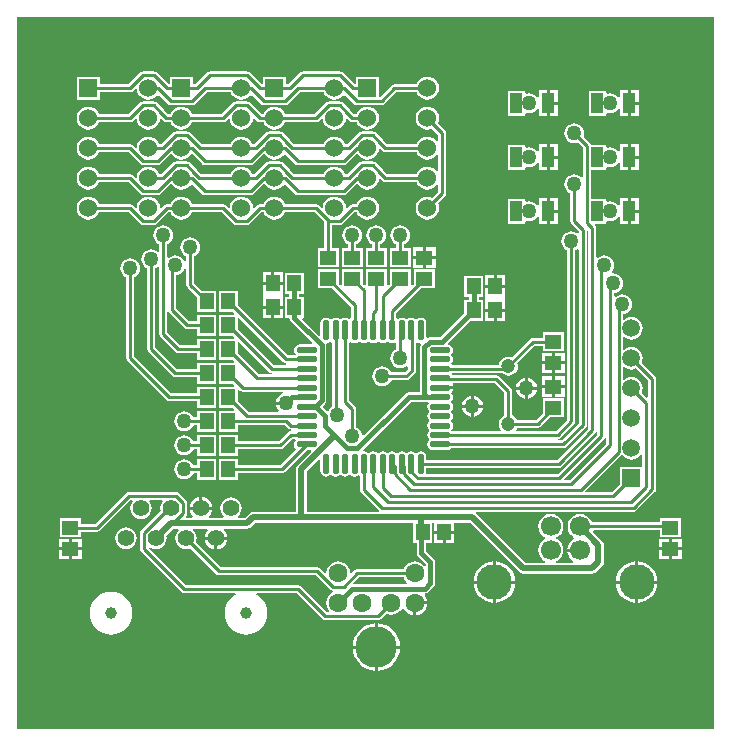
<source format=gtl>
%FSAX24Y24*%
%MOIN*%
G70*
G01*
G75*
G04 Layer_Physical_Order=1*
G04 Layer_Color=255*
%ADD10R,0.0472X0.0551*%
%ADD11R,0.0551X0.0472*%
%ADD12O,0.0217X0.0689*%
%ADD13O,0.0689X0.0217*%
%ADD14R,0.0433X0.0669*%
%ADD15C,0.0150*%
%ADD16C,0.0100*%
%ADD17C,0.0200*%
%ADD18C,0.0472*%
%ADD19C,0.1181*%
%ADD20C,0.0669*%
%ADD21C,0.1378*%
%ADD22C,0.0630*%
%ADD23R,0.0600X0.0600*%
%ADD24C,0.0600*%
%ADD25R,0.0591X0.0591*%
%ADD26C,0.0591*%
%ADD27C,0.0394*%
%ADD28C,0.0551*%
%ADD29C,0.0500*%
G36*
X050867Y020633D02*
X027633D01*
Y044367D01*
X050867D01*
Y020633D01*
D02*
G37*
%LPC*%
G36*
X039650Y024158D02*
Y023420D01*
X040388D01*
X040378Y023525D01*
X040332Y023673D01*
X040259Y023811D01*
X040161Y023931D01*
X040040Y024029D01*
X039903Y024103D01*
X039755Y024148D01*
X039650Y024158D01*
D02*
G37*
G36*
X030750Y025213D02*
X030611Y025200D01*
X030477Y025159D01*
X030354Y025093D01*
X030246Y025004D01*
X030157Y024896D01*
X030091Y024773D01*
X030050Y024639D01*
X030037Y024500D01*
X030050Y024361D01*
X030091Y024227D01*
X030157Y024104D01*
X030246Y023996D01*
X030354Y023907D01*
X030477Y023841D01*
X030611Y023800D01*
X030750Y023787D01*
X030889Y023800D01*
X031023Y023841D01*
X031146Y023907D01*
X031254Y023996D01*
X031343Y024104D01*
X031409Y024227D01*
X031450Y024361D01*
X031463Y024500D01*
X031450Y024639D01*
X031409Y024773D01*
X031343Y024896D01*
X031254Y025004D01*
X031146Y025093D01*
X031023Y025159D01*
X030889Y025200D01*
X030750Y025213D01*
D02*
G37*
G36*
X044550Y031950D02*
X044254D01*
X044259Y031909D01*
X044294Y031823D01*
X044350Y031750D01*
X044423Y031694D01*
X044509Y031659D01*
X044550Y031654D01*
Y031950D01*
D02*
G37*
G36*
X044946D02*
X044650D01*
Y031654D01*
X044691Y031659D01*
X044777Y031694D01*
X044850Y031750D01*
X044906Y031823D01*
X044941Y031909D01*
X044946Y031950D01*
D02*
G37*
G36*
X039550Y024158D02*
X039445Y024148D01*
X039297Y024103D01*
X039160Y024029D01*
X039039Y023931D01*
X038941Y023811D01*
X038868Y023673D01*
X038822Y023525D01*
X038812Y023420D01*
X039550D01*
Y024158D01*
D02*
G37*
G36*
X044219Y025489D02*
X043580D01*
Y024850D01*
X043665Y024859D01*
X043795Y024898D01*
X043915Y024962D01*
X044021Y025049D01*
X044107Y025154D01*
X044171Y025274D01*
X044210Y025404D01*
X044219Y025489D01*
D02*
G37*
G36*
X048220D02*
X047581D01*
X047590Y025404D01*
X047629Y025274D01*
X047693Y025154D01*
X047779Y025049D01*
X047885Y024962D01*
X048005Y024898D01*
X048135Y024859D01*
X048220Y024850D01*
Y025489D01*
D02*
G37*
G36*
X043480D02*
X042841D01*
X042849Y025404D01*
X042889Y025274D01*
X042953Y025154D01*
X043039Y025049D01*
X043144Y024962D01*
X043264Y024898D01*
X043395Y024859D01*
X043480Y024850D01*
Y025489D01*
D02*
G37*
G36*
X031400Y036333D02*
X031314Y036322D01*
X031234Y036288D01*
X031165Y036235D01*
X031112Y036166D01*
X031078Y036086D01*
X031067Y036000D01*
X031078Y035914D01*
X031112Y035834D01*
X031165Y035765D01*
X031234Y035712D01*
X031267Y035698D01*
Y033000D01*
X031278Y032949D01*
X031306Y032906D01*
X032606Y031606D01*
X032649Y031578D01*
X032700Y031567D01*
X033629D01*
Y031344D01*
X034262D01*
Y032056D01*
X033629D01*
Y031833D01*
X032755D01*
X031533Y033055D01*
Y035698D01*
X031566Y035712D01*
X031635Y035765D01*
X031688Y035834D01*
X031722Y035914D01*
X031733Y036000D01*
X031722Y036086D01*
X031688Y036166D01*
X031635Y036235D01*
X031566Y036288D01*
X031486Y036322D01*
X031400Y036333D01*
D02*
G37*
G36*
X041291Y024796D02*
X040930D01*
Y024434D01*
X040988Y024442D01*
X041089Y024484D01*
X041175Y024551D01*
X041242Y024637D01*
X041284Y024738D01*
X041291Y024796D01*
D02*
G37*
G36*
X040388Y023320D02*
X039650D01*
Y022582D01*
X039755Y022593D01*
X039903Y022638D01*
X040040Y022711D01*
X040161Y022809D01*
X040259Y022930D01*
X040332Y023067D01*
X040378Y023215D01*
X040388Y023320D01*
D02*
G37*
G36*
X045876Y032391D02*
X045550D01*
Y032104D01*
X045876D01*
Y032391D01*
D02*
G37*
G36*
X045450Y032796D02*
X045124D01*
Y032509D01*
X045450D01*
Y032796D01*
D02*
G37*
G36*
X039550Y023320D02*
X038812D01*
X038822Y023215D01*
X038868Y023067D01*
X038941Y022930D01*
X039039Y022809D01*
X039160Y022711D01*
X039297Y022638D01*
X039445Y022593D01*
X039550Y022582D01*
Y023320D01*
D02*
G37*
G36*
X045876Y032796D02*
X045550D01*
Y032509D01*
X045876D01*
Y032796D01*
D02*
G37*
G36*
Y032004D02*
X045550D01*
Y031718D01*
X045876D01*
Y032004D01*
D02*
G37*
G36*
X045450D02*
X045124D01*
Y031718D01*
X045450D01*
Y032004D01*
D02*
G37*
G36*
X044550Y032346D02*
X044509Y032341D01*
X044423Y032306D01*
X044350Y032250D01*
X044294Y032177D01*
X044259Y032091D01*
X044254Y032050D01*
X044550D01*
Y032346D01*
D02*
G37*
G36*
X045450Y032391D02*
X045124D01*
Y032104D01*
X045450D01*
Y032391D01*
D02*
G37*
G36*
X044650Y032346D02*
Y032050D01*
X044946D01*
X044941Y032091D01*
X044906Y032177D01*
X044850Y032250D01*
X044777Y032306D01*
X044691Y032341D01*
X044650Y032346D01*
D02*
G37*
G36*
X049776Y026982D02*
X049450D01*
Y026696D01*
X049776D01*
Y026982D01*
D02*
G37*
G36*
X049350D02*
X049024D01*
Y026696D01*
X049350D01*
Y026982D01*
D02*
G37*
G36*
X041804Y027150D02*
X041518D01*
Y026824D01*
X041804D01*
Y027150D01*
D02*
G37*
G36*
X029776Y026596D02*
X029450D01*
Y026309D01*
X029776D01*
Y026596D01*
D02*
G37*
G36*
X042191Y027150D02*
X041904D01*
Y026824D01*
X042191D01*
Y027150D01*
D02*
G37*
G36*
X031250Y027359D02*
X031157Y027346D01*
X031071Y027311D01*
X030996Y027254D01*
X030939Y027179D01*
X030904Y027093D01*
X030891Y027000D01*
X030904Y026907D01*
X030939Y026821D01*
X030996Y026746D01*
X031071Y026689D01*
X031157Y026654D01*
X031250Y026641D01*
X031343Y026654D01*
X031429Y026689D01*
X031504Y026746D01*
X031561Y026821D01*
X031596Y026907D01*
X031609Y027000D01*
X031596Y027093D01*
X031561Y027179D01*
X031504Y027254D01*
X031429Y027311D01*
X031343Y027346D01*
X031250Y027359D01*
D02*
G37*
G36*
X049776Y026596D02*
X049450D01*
Y026309D01*
X049776D01*
Y026596D01*
D02*
G37*
G36*
X049350D02*
X049024D01*
Y026309D01*
X049350D01*
Y026596D01*
D02*
G37*
G36*
X029776Y026982D02*
X029450D01*
Y026696D01*
X029776D01*
Y026982D01*
D02*
G37*
G36*
X029350D02*
X029024D01*
Y026696D01*
X029350D01*
Y026982D01*
D02*
G37*
G36*
Y026596D02*
X029024D01*
Y026309D01*
X029350D01*
Y026596D01*
D02*
G37*
G36*
X043480Y026228D02*
X043395Y026220D01*
X043264Y026180D01*
X043144Y026116D01*
X043039Y026030D01*
X042953Y025925D01*
X042889Y025805D01*
X042849Y025675D01*
X042841Y025589D01*
X043480D01*
Y026228D01*
D02*
G37*
G36*
X043580D02*
Y025589D01*
X044219D01*
X044210Y025675D01*
X044171Y025805D01*
X044107Y025925D01*
X044021Y026030D01*
X043915Y026116D01*
X043795Y026180D01*
X043665Y026220D01*
X043580Y026228D01*
D02*
G37*
G36*
X034262Y030456D02*
X033629D01*
Y030233D01*
X033502D01*
X033488Y030266D01*
X033435Y030335D01*
X033366Y030388D01*
X033286Y030422D01*
X033200Y030433D01*
X033114Y030422D01*
X033034Y030388D01*
X032965Y030335D01*
X032912Y030266D01*
X032878Y030186D01*
X032867Y030100D01*
X032878Y030014D01*
X032912Y029934D01*
X032965Y029865D01*
X033034Y029812D01*
X033114Y029778D01*
X033200Y029767D01*
X033286Y029778D01*
X033366Y029812D01*
X033435Y029865D01*
X033488Y029934D01*
X033502Y029967D01*
X033629D01*
Y029744D01*
X034262D01*
Y030456D01*
D02*
G37*
G36*
Y031256D02*
X033629D01*
Y031033D01*
X033502D01*
X033488Y031066D01*
X033435Y031135D01*
X033366Y031188D01*
X033286Y031222D01*
X033200Y031233D01*
X033114Y031222D01*
X033034Y031188D01*
X032965Y031135D01*
X032912Y031066D01*
X032878Y030986D01*
X032867Y030900D01*
X032878Y030814D01*
X032912Y030734D01*
X032965Y030665D01*
X033034Y030612D01*
X033114Y030578D01*
X033200Y030567D01*
X033286Y030578D01*
X033366Y030612D01*
X033435Y030665D01*
X033488Y030734D01*
X033502Y030767D01*
X033629D01*
Y030544D01*
X034262D01*
Y031256D01*
D02*
G37*
G36*
X048959Y025489D02*
X048320D01*
Y024850D01*
X048405Y024859D01*
X048536Y024898D01*
X048656Y024962D01*
X048761Y025049D01*
X048847Y025154D01*
X048911Y025274D01*
X048951Y025404D01*
X048959Y025489D01*
D02*
G37*
G36*
X033800Y028372D02*
Y028050D01*
X034122D01*
X034116Y028098D01*
X034078Y028189D01*
X034018Y028268D01*
X033939Y028328D01*
X033848Y028366D01*
X033800Y028372D01*
D02*
G37*
G36*
X033700D02*
X033652Y028366D01*
X033561Y028328D01*
X033482Y028268D01*
X033422Y028189D01*
X033384Y028098D01*
X033378Y028050D01*
X033700D01*
Y028372D01*
D02*
G37*
G36*
X048320Y026228D02*
Y025589D01*
X048959D01*
X048951Y025675D01*
X048911Y025805D01*
X048847Y025925D01*
X048761Y026030D01*
X048656Y026116D01*
X048536Y026180D01*
X048405Y026220D01*
X048320Y026228D01*
D02*
G37*
G36*
X034262Y029656D02*
X033629D01*
Y029433D01*
X033502D01*
X033488Y029466D01*
X033435Y029535D01*
X033366Y029588D01*
X033286Y029622D01*
X033200Y029633D01*
X033114Y029622D01*
X033034Y029588D01*
X032965Y029535D01*
X032912Y029466D01*
X032878Y029386D01*
X032867Y029300D01*
X032878Y029214D01*
X032912Y029134D01*
X032965Y029065D01*
X033034Y029012D01*
X033114Y028978D01*
X033200Y028967D01*
X033286Y028978D01*
X033366Y029012D01*
X033435Y029065D01*
X033488Y029134D01*
X033502Y029167D01*
X033629D01*
Y028944D01*
X034262D01*
Y029656D01*
D02*
G37*
G36*
X048220Y026228D02*
X048135Y026220D01*
X048005Y026180D01*
X047885Y026116D01*
X047779Y026030D01*
X047693Y025925D01*
X047629Y025805D01*
X047590Y025675D01*
X047581Y025589D01*
X048220D01*
Y026228D01*
D02*
G37*
G36*
X046200Y040833D02*
X046114Y040822D01*
X046034Y040788D01*
X045965Y040735D01*
X045912Y040666D01*
X045878Y040586D01*
X045867Y040500D01*
X045878Y040414D01*
X045912Y040334D01*
X045965Y040265D01*
X046034Y040212D01*
X046114Y040178D01*
X046200Y040167D01*
X046286Y040178D01*
X046320Y040193D01*
X046489Y040023D01*
Y039043D01*
X046442Y039027D01*
X046435Y039035D01*
X046366Y039088D01*
X046286Y039122D01*
X046200Y039133D01*
X046114Y039122D01*
X046034Y039088D01*
X045965Y039035D01*
X045912Y038966D01*
X045878Y038886D01*
X045867Y038800D01*
X045878Y038714D01*
X045912Y038634D01*
X045965Y038565D01*
X046034Y038512D01*
X046067Y038498D01*
Y037560D01*
X046078Y037509D01*
X046106Y037466D01*
X046346Y037227D01*
X046337Y037178D01*
X046303Y037160D01*
X046266Y037188D01*
X046186Y037222D01*
X046100Y037233D01*
X046014Y037222D01*
X045934Y037188D01*
X045865Y037135D01*
X045812Y037066D01*
X045778Y036986D01*
X045767Y036900D01*
X045778Y036814D01*
X045812Y036734D01*
X045865Y036665D01*
X045934Y036612D01*
X045967Y036598D01*
Y030955D01*
X045585Y030573D01*
X044269D01*
X044247Y030618D01*
X044276Y030656D01*
X044287Y030683D01*
X044970D01*
X045021Y030693D01*
X045064Y030722D01*
X045371Y031029D01*
X045856D01*
Y031662D01*
X045144D01*
Y031178D01*
X044915Y030948D01*
X044287D01*
X044276Y030975D01*
X044226Y031041D01*
X044159Y031092D01*
X044133Y031103D01*
Y031900D01*
X044122Y031951D01*
X044094Y031994D01*
X043694Y032394D01*
X043651Y032422D01*
X043600Y032433D01*
X042127D01*
X042104Y032477D01*
X042128Y032512D01*
X043774D01*
X043774Y032511D01*
X043841Y032461D01*
X043917Y032429D01*
X044000Y032418D01*
X044083Y032429D01*
X044159Y032461D01*
X044226Y032511D01*
X044276Y032578D01*
X044308Y032654D01*
X044319Y032737D01*
X044308Y032820D01*
X044297Y032846D01*
X044872Y033422D01*
X045144D01*
Y033238D01*
X045856D01*
Y033871D01*
X045144D01*
Y033687D01*
X044817D01*
X044767Y033677D01*
X044724Y033648D01*
X044109Y033034D01*
X044083Y033045D01*
X044000Y033056D01*
X043917Y033045D01*
X043841Y033013D01*
X043774Y032963D01*
X043724Y032896D01*
X043692Y032820D01*
X043686Y032777D01*
X042128D01*
X042096Y032824D01*
D01*
X042138Y032886D01*
X042153Y032960D01*
X042138Y033033D01*
X042096Y033096D01*
Y033139D01*
X042138Y033201D01*
X042153Y033275D01*
X042138Y033348D01*
X042096Y033411D01*
X042034Y033452D01*
X041992Y033461D01*
X041978Y033508D01*
X042714Y034244D01*
X043162D01*
Y034956D01*
X043004D01*
Y035044D01*
X043162D01*
Y035756D01*
X042529D01*
Y035044D01*
X042688D01*
Y034956D01*
X042529D01*
Y034507D01*
X041718Y033696D01*
X041379D01*
X041319Y033684D01*
X041311Y033679D01*
X041309Y033680D01*
X041267Y033702D01*
Y034161D01*
X041252Y034234D01*
X041211Y034296D01*
X041148Y034338D01*
X041075Y034353D01*
X041001Y034338D01*
X040939Y034296D01*
X040896D01*
X040833Y034338D01*
X040760Y034353D01*
X040686Y034338D01*
X040624Y034296D01*
X040581D01*
X040518Y034338D01*
X040445Y034353D01*
X040371Y034338D01*
X040309Y034296D01*
D01*
X040262Y034328D01*
Y034521D01*
X041071Y035329D01*
X041556D01*
Y035962D01*
X040844D01*
Y035478D01*
X040802Y035435D01*
X040756Y035454D01*
Y035962D01*
X040044D01*
Y035478D01*
X040002Y035435D01*
X039956Y035454D01*
Y035962D01*
X039244D01*
Y035454D01*
X039198Y035435D01*
X039156Y035478D01*
Y035962D01*
X038444D01*
Y035454D01*
X038398Y035435D01*
X038356Y035478D01*
Y035962D01*
X037644D01*
Y035329D01*
X038129D01*
X038738Y034721D01*
Y034328D01*
X038691Y034296D01*
D01*
X038629Y034338D01*
X038555Y034353D01*
X038482Y034338D01*
X038419Y034296D01*
X038376D01*
X038314Y034338D01*
X038240Y034353D01*
X038167Y034338D01*
X038104Y034296D01*
X038061D01*
X037999Y034338D01*
X037925Y034353D01*
X037852Y034338D01*
X037789Y034296D01*
X037748Y034234D01*
X037733Y034161D01*
Y033756D01*
X037687Y033736D01*
X037125Y034298D01*
X037144Y034344D01*
X037171D01*
Y035056D01*
X037012D01*
Y035144D01*
X037171D01*
Y035856D01*
X036538D01*
Y035144D01*
X036696D01*
Y035056D01*
X036538D01*
Y034344D01*
X036697D01*
X036708Y034285D01*
X036743Y034234D01*
X037464Y033513D01*
X037444Y033467D01*
X037039D01*
X036966Y033452D01*
X036904Y033411D01*
X036862Y033348D01*
X036847Y033275D01*
X036862Y033201D01*
X036904Y033139D01*
D01*
X036872Y033092D01*
X036649D01*
X034971Y034771D01*
Y035256D01*
X034338D01*
Y034544D01*
X034822D01*
X034865Y034502D01*
X034846Y034456D01*
X034338D01*
Y033744D01*
X034822D01*
X034865Y033702D01*
X034846Y033656D01*
X034338D01*
Y032944D01*
X034822D01*
X034865Y032902D01*
X034846Y032856D01*
X034338D01*
Y032144D01*
X034822D01*
X034865Y032102D01*
X034846Y032056D01*
X034338D01*
Y031344D01*
X034822D01*
X034865Y031302D01*
X034846Y031256D01*
X034338D01*
Y030544D01*
X034971D01*
Y030767D01*
X036545D01*
X036651Y030661D01*
X036694Y030633D01*
X036745Y030623D01*
Y030577D01*
X036740Y030573D01*
X036689Y030563D01*
X036646Y030534D01*
X036345Y030233D01*
X034971D01*
Y030456D01*
X034338D01*
Y029744D01*
X034971D01*
Y029967D01*
X036400D01*
X036451Y029978D01*
X036494Y030006D01*
X036795Y030308D01*
X036872D01*
X036904Y030261D01*
D01*
X036862Y030199D01*
X036847Y030125D01*
X036862Y030052D01*
X036904Y029989D01*
X036908Y029945D01*
X036395Y029433D01*
X034971D01*
Y029656D01*
X034338D01*
Y028944D01*
X034971D01*
Y029167D01*
X036450D01*
X036501Y029178D01*
X036544Y029206D01*
X037271Y029933D01*
X037403D01*
X037422Y029887D01*
X036970Y029435D01*
X036930Y029376D01*
X036928Y029364D01*
X036916Y029306D01*
Y027884D01*
X035500D01*
X035430Y027870D01*
X035370Y027830D01*
X035224Y027684D01*
X034999D01*
X034983Y027731D01*
X035004Y027746D01*
X035061Y027821D01*
X035096Y027907D01*
X035109Y028000D01*
X035096Y028093D01*
X035061Y028179D01*
X035004Y028254D01*
X034929Y028311D01*
X034843Y028346D01*
X034750Y028359D01*
X034657Y028346D01*
X034571Y028311D01*
X034496Y028254D01*
X034439Y028179D01*
X034404Y028093D01*
X034391Y028000D01*
X034404Y027907D01*
X034439Y027821D01*
X034496Y027746D01*
X034517Y027731D01*
X034501Y027684D01*
X034032D01*
X034016Y027731D01*
X034018Y027732D01*
X034078Y027811D01*
X034116Y027902D01*
X034122Y027950D01*
X033378D01*
X033384Y027902D01*
X033422Y027811D01*
X033482Y027732D01*
X033484Y027731D01*
X033468Y027684D01*
X033260D01*
X033241Y027730D01*
X033249Y027738D01*
X033278Y027781D01*
X033288Y027832D01*
Y028168D01*
X033278Y028219D01*
X033249Y028262D01*
X033012Y028499D01*
X032969Y028528D01*
X032918Y028538D01*
X031344D01*
X031294Y028528D01*
X031251Y028499D01*
X030238Y027487D01*
X029756D01*
Y027671D01*
X029044D01*
Y027038D01*
X029756D01*
Y027222D01*
X030293D01*
X030344Y027232D01*
X030387Y027261D01*
X031399Y028273D01*
X031455D01*
X031477Y028228D01*
X031439Y028179D01*
X031404Y028093D01*
X031391Y028000D01*
X031404Y027907D01*
X031439Y027821D01*
X031496Y027746D01*
X031571Y027689D01*
X031657Y027654D01*
X031750Y027641D01*
X031843Y027654D01*
X031929Y027689D01*
X032004Y027746D01*
X032061Y027821D01*
X032096Y027907D01*
X032109Y028000D01*
X032096Y028093D01*
X032061Y028179D01*
X032023Y028228D01*
X032045Y028273D01*
X032455D01*
X032477Y028228D01*
X032439Y028179D01*
X032404Y028093D01*
X032391Y028000D01*
X032403Y027914D01*
X031751Y027262D01*
X031722Y027219D01*
X031712Y027168D01*
Y026656D01*
X031722Y026605D01*
X031751Y026562D01*
X033106Y025206D01*
X033149Y025178D01*
X033200Y025167D01*
X034890D01*
X034902Y025119D01*
X034854Y025093D01*
X034746Y025004D01*
X034657Y024896D01*
X034591Y024773D01*
X034550Y024639D01*
X034537Y024500D01*
X034550Y024361D01*
X034591Y024227D01*
X034657Y024104D01*
X034746Y023996D01*
X034854Y023907D01*
X034977Y023841D01*
X035111Y023800D01*
X035250Y023787D01*
X035389Y023800D01*
X035523Y023841D01*
X035646Y023907D01*
X035754Y023996D01*
X035843Y024104D01*
X035909Y024227D01*
X035950Y024361D01*
X035963Y024500D01*
X035950Y024639D01*
X035909Y024773D01*
X035843Y024896D01*
X035754Y025004D01*
X035646Y025093D01*
X035598Y025119D01*
X035610Y025167D01*
X036945D01*
X037805Y024308D01*
X037848Y024279D01*
X037898Y024269D01*
X039647D01*
X039698Y024279D01*
X039741Y024308D01*
X039922Y024489D01*
X039989Y024462D01*
X040092Y024448D01*
X040195Y024462D01*
X040291Y024501D01*
X040374Y024565D01*
X040437Y024647D01*
X040450Y024678D01*
X040500D01*
X040517Y024637D01*
X040584Y024551D01*
X040670Y024484D01*
X040771Y024442D01*
X040830Y024434D01*
Y024846D01*
X040880D01*
Y024896D01*
X041291D01*
X041284Y024955D01*
X041242Y025056D01*
X041216Y025089D01*
X041216Y025158D01*
X041217Y025158D01*
X041277Y025170D01*
X041328Y025205D01*
X041512Y025388D01*
X041546Y025440D01*
X041558Y025500D01*
Y026200D01*
X041546Y026260D01*
X041512Y026312D01*
X041258Y026565D01*
Y026844D01*
X041462D01*
Y027516D01*
X041518D01*
Y027250D01*
X042191D01*
Y027516D01*
X042724D01*
X044370Y025870D01*
X044430Y025830D01*
X044441Y025828D01*
X044500Y025816D01*
X046800D01*
X046859Y025828D01*
X046870Y025830D01*
X046930Y025870D01*
X047130Y026070D01*
X047170Y026130D01*
X047184Y026200D01*
Y026786D01*
X047172Y026844D01*
X047170Y026856D01*
X047130Y026916D01*
X046830Y027215D01*
X046850Y027261D01*
X049044D01*
Y027038D01*
X049756D01*
Y027671D01*
X049044D01*
Y027526D01*
X046786D01*
X046754Y027603D01*
X046688Y027689D01*
X046601Y027756D01*
X046500Y027798D01*
X046392Y027812D01*
X046284Y027798D01*
X046183Y027756D01*
X046096Y027689D01*
X046030Y027603D01*
X045988Y027502D01*
X045974Y027394D01*
X045988Y027285D01*
X046030Y027185D01*
X046096Y027098D01*
X046141Y027064D01*
X046173Y026986D01*
X046082Y026916D01*
X046012Y026825D01*
X045969Y026720D01*
X045960Y026656D01*
X046392D01*
Y026556D01*
X045960D01*
X045969Y026493D01*
X046012Y026387D01*
X046082Y026296D01*
X046167Y026231D01*
X046151Y026184D01*
X045599D01*
X045589Y026233D01*
X045617Y026244D01*
X045704Y026311D01*
X045770Y026397D01*
X045812Y026498D01*
X045826Y026606D01*
X045812Y026715D01*
X045770Y026815D01*
X045704Y026902D01*
X045617Y026968D01*
X045601Y026975D01*
Y027025D01*
X045617Y027032D01*
X045704Y027098D01*
X045770Y027185D01*
X045812Y027285D01*
X045826Y027394D01*
X045812Y027502D01*
X045770Y027603D01*
X045704Y027689D01*
X045617Y027756D01*
X045516Y027798D01*
X045408Y027812D01*
X045300Y027798D01*
X045199Y027756D01*
X045112Y027689D01*
X045046Y027603D01*
X045004Y027502D01*
X044990Y027394D01*
X045004Y027285D01*
X045046Y027185D01*
X045112Y027098D01*
X045199Y027032D01*
X045214Y027025D01*
Y026975D01*
X045199Y026968D01*
X045112Y026902D01*
X045046Y026815D01*
X045004Y026715D01*
X044990Y026606D01*
X045004Y026498D01*
X045046Y026397D01*
X045112Y026311D01*
X045199Y026244D01*
X045227Y026233D01*
X045217Y026184D01*
X044576D01*
X042930Y027830D01*
X042915Y027840D01*
X042930Y027887D01*
X048175D01*
X048225Y027898D01*
X048268Y027926D01*
X048874Y028532D01*
X048902Y028575D01*
X048913Y028625D01*
Y032320D01*
X048902Y032371D01*
X048874Y032414D01*
X048442Y032845D01*
X048466Y032902D01*
X048479Y033000D01*
X048466Y033098D01*
X048428Y033189D01*
X048368Y033268D01*
X048289Y033328D01*
X048198Y033366D01*
X048100Y033379D01*
X048002Y033366D01*
X047911Y033328D01*
X047852Y033283D01*
X047807Y033305D01*
Y033695D01*
X047852Y033717D01*
X047911Y033672D01*
X048002Y033634D01*
X048100Y033621D01*
X048198Y033634D01*
X048289Y033672D01*
X048368Y033732D01*
X048428Y033811D01*
X048466Y033902D01*
X048479Y034000D01*
X048466Y034098D01*
X048428Y034189D01*
X048368Y034268D01*
X048289Y034328D01*
X048198Y034366D01*
X048100Y034379D01*
X048002Y034366D01*
X047911Y034328D01*
X047852Y034283D01*
X047807Y034305D01*
Y034468D01*
X047886Y034478D01*
X047966Y034512D01*
X048035Y034565D01*
X048088Y034634D01*
X048122Y034714D01*
X048133Y034800D01*
X048122Y034886D01*
X048088Y034966D01*
X048035Y035035D01*
X047966Y035088D01*
X047886Y035122D01*
X047800Y035133D01*
X047714Y035122D01*
X047634Y035088D01*
X047577Y035045D01*
X047533Y035067D01*
Y035171D01*
X047586Y035178D01*
X047666Y035212D01*
X047735Y035265D01*
X047788Y035334D01*
X047822Y035414D01*
X047833Y035500D01*
X047822Y035586D01*
X047788Y035666D01*
X047735Y035735D01*
X047666Y035788D01*
X047586Y035822D01*
X047500Y035833D01*
X047466Y035828D01*
X047441Y035872D01*
X047488Y035934D01*
X047522Y036014D01*
X047533Y036100D01*
X047522Y036186D01*
X047488Y036266D01*
X047435Y036335D01*
X047366Y036388D01*
X047286Y036422D01*
X047200Y036433D01*
X047114Y036422D01*
X047034Y036388D01*
X046977Y036345D01*
X046933Y036367D01*
Y037333D01*
X046922Y037384D01*
X046894Y037427D01*
X046882Y037439D01*
X046901Y037485D01*
X047265D01*
Y037554D01*
X047307Y037581D01*
X047314Y037578D01*
X047400Y037567D01*
X047486Y037578D01*
X047566Y037612D01*
X047635Y037665D01*
X047668Y037707D01*
X047715Y037691D01*
Y037465D01*
X047982D01*
Y037900D01*
Y038335D01*
X047715D01*
Y038109D01*
X047668Y038093D01*
X047635Y038135D01*
X047566Y038188D01*
X047486Y038222D01*
X047400Y038233D01*
X047314Y038222D01*
X047307Y038219D01*
X047265Y038246D01*
Y038315D01*
X046755D01*
Y039285D01*
X047265D01*
Y039354D01*
X047307Y039381D01*
X047314Y039378D01*
X047400Y039367D01*
X047486Y039378D01*
X047566Y039412D01*
X047635Y039465D01*
X047668Y039507D01*
X047715Y039491D01*
Y039265D01*
X047982D01*
Y039700D01*
Y040135D01*
X047715D01*
Y039909D01*
X047668Y039893D01*
X047635Y039935D01*
X047566Y039988D01*
X047486Y040022D01*
X047400Y040033D01*
X047314Y040022D01*
X047307Y040019D01*
X047265Y040046D01*
Y040115D01*
X046747D01*
X046744Y040129D01*
X046716Y040172D01*
X046507Y040380D01*
X046522Y040414D01*
X046533Y040500D01*
X046522Y040586D01*
X046488Y040666D01*
X046435Y040735D01*
X046366Y040788D01*
X046286Y040822D01*
X046200Y040833D01*
D02*
G37*
G36*
X045648Y039650D02*
X045381D01*
Y039265D01*
X045648D01*
Y039650D01*
D02*
G37*
G36*
X048348D02*
X048081D01*
Y039265D01*
X048348D01*
Y039650D01*
D02*
G37*
G36*
Y040135D02*
X048081D01*
Y039750D01*
X048348D01*
Y040135D01*
D02*
G37*
G36*
X045648D02*
X045381D01*
Y039750D01*
X045648D01*
Y040135D01*
D02*
G37*
G36*
Y038335D02*
X045381D01*
Y037950D01*
X045648D01*
Y038335D01*
D02*
G37*
G36*
X048348Y037850D02*
X048081D01*
Y037465D01*
X048348D01*
Y037850D01*
D02*
G37*
G36*
Y038335D02*
X048081D01*
Y037950D01*
X048348D01*
Y038335D01*
D02*
G37*
G36*
X045282D02*
X045015D01*
Y038109D01*
X044968Y038093D01*
X044935Y038135D01*
X044866Y038188D01*
X044786Y038222D01*
X044700Y038233D01*
X044614Y038222D01*
X044607Y038219D01*
X044565Y038246D01*
Y038315D01*
X043972D01*
Y037485D01*
X044565D01*
Y037554D01*
X044607Y037581D01*
X044614Y037578D01*
X044700Y037567D01*
X044786Y037578D01*
X044866Y037612D01*
X044935Y037665D01*
X044968Y037707D01*
X045015Y037691D01*
Y037465D01*
X045282D01*
Y037900D01*
Y038335D01*
D02*
G37*
G36*
X039300Y038383D02*
X039201Y038370D01*
X039108Y038332D01*
X039029Y038271D01*
X038968Y038192D01*
X038944Y038133D01*
X038808D01*
X038757Y038122D01*
X038714Y038094D01*
X038628Y038007D01*
X038580Y038023D01*
X038570Y038099D01*
X038532Y038192D01*
X038471Y038271D01*
X038392Y038332D01*
X038299Y038370D01*
X038200Y038383D01*
X038101Y038370D01*
X038008Y038332D01*
X037929Y038271D01*
X037868Y038192D01*
X037830Y038099D01*
X037820Y038023D01*
X037772Y038007D01*
X037686Y038094D01*
X037643Y038122D01*
X037592Y038133D01*
X036556D01*
X036532Y038192D01*
X036471Y038271D01*
X036392Y038332D01*
X036299Y038370D01*
X036200Y038383D01*
X036101Y038370D01*
X036008Y038332D01*
X035929Y038271D01*
X035868Y038192D01*
X035844Y038133D01*
X035708D01*
X035657Y038122D01*
X035614Y038094D01*
X035528Y038007D01*
X035480Y038023D01*
X035470Y038099D01*
X035432Y038192D01*
X035371Y038271D01*
X035292Y038332D01*
X035199Y038370D01*
X035100Y038383D01*
X035001Y038370D01*
X034908Y038332D01*
X034829Y038271D01*
X034768Y038192D01*
X034730Y038099D01*
X034720Y038023D01*
X034672Y038007D01*
X034586Y038094D01*
X034543Y038122D01*
X034492Y038133D01*
X033456D01*
X033432Y038192D01*
X033371Y038271D01*
X033292Y038332D01*
X033199Y038370D01*
X033100Y038383D01*
X033001Y038370D01*
X032908Y038332D01*
X032829Y038271D01*
X032768Y038192D01*
X032744Y038133D01*
X032608D01*
X032557Y038122D01*
X032514Y038094D01*
X032428Y038007D01*
X032380Y038023D01*
X032370Y038099D01*
X032332Y038192D01*
X032271Y038271D01*
X032192Y038332D01*
X032099Y038370D01*
X032000Y038383D01*
X031901Y038370D01*
X031808Y038332D01*
X031729Y038271D01*
X031668Y038192D01*
X031630Y038099D01*
X031620Y038023D01*
X031572Y038007D01*
X031486Y038094D01*
X031443Y038122D01*
X031392Y038133D01*
X030356D01*
X030332Y038192D01*
X030271Y038271D01*
X030192Y038332D01*
X030099Y038370D01*
X030000Y038383D01*
X029901Y038370D01*
X029808Y038332D01*
X029729Y038271D01*
X029668Y038192D01*
X029630Y038099D01*
X029617Y038000D01*
X029630Y037901D01*
X029668Y037808D01*
X029729Y037729D01*
X029808Y037668D01*
X029901Y037630D01*
X030000Y037617D01*
X030099Y037630D01*
X030192Y037668D01*
X030271Y037729D01*
X030332Y037808D01*
X030356Y037867D01*
X031337D01*
X031728Y037476D01*
X031771Y037448D01*
X031822Y037437D01*
X032178D01*
X032229Y037448D01*
X032272Y037476D01*
X032663Y037867D01*
X032744D01*
X032768Y037808D01*
X032829Y037729D01*
X032908Y037668D01*
X033001Y037630D01*
X033100Y037617D01*
X033199Y037630D01*
X033292Y037668D01*
X033371Y037729D01*
X033432Y037808D01*
X033456Y037867D01*
X034437D01*
X034828Y037476D01*
X034871Y037448D01*
X034922Y037437D01*
X035278D01*
X035329Y037448D01*
X035372Y037476D01*
X035763Y037867D01*
X035844D01*
X035868Y037808D01*
X035929Y037729D01*
X036008Y037668D01*
X036101Y037630D01*
X036200Y037617D01*
X036299Y037630D01*
X036392Y037668D01*
X036471Y037729D01*
X036532Y037808D01*
X036556Y037867D01*
X037537D01*
X037867Y037537D01*
Y036671D01*
X037644D01*
Y036038D01*
X038356D01*
Y036671D01*
X038133D01*
Y037437D01*
X038378D01*
X038429Y037448D01*
X038472Y037476D01*
X038863Y037867D01*
X038944D01*
X038968Y037808D01*
X039029Y037729D01*
X039108Y037668D01*
X039201Y037630D01*
X039300Y037617D01*
X039399Y037630D01*
X039492Y037668D01*
X039571Y037729D01*
X039632Y037808D01*
X039670Y037901D01*
X039683Y038000D01*
X039670Y038099D01*
X039632Y038192D01*
X039571Y038271D01*
X039492Y038332D01*
X039399Y038370D01*
X039300Y038383D01*
D02*
G37*
G36*
X048348Y041935D02*
X048081D01*
Y041550D01*
X048348D01*
Y041935D01*
D02*
G37*
G36*
X045648D02*
X045381D01*
Y041550D01*
X045648D01*
Y041935D01*
D02*
G37*
G36*
X045282D02*
X045015D01*
Y041709D01*
X044968Y041693D01*
X044935Y041735D01*
X044866Y041788D01*
X044786Y041822D01*
X044700Y041833D01*
X044614Y041822D01*
X044607Y041818D01*
X044565Y041846D01*
Y041915D01*
X043972D01*
Y041085D01*
X044565D01*
Y041154D01*
X044607Y041182D01*
X044614Y041178D01*
X044700Y041167D01*
X044786Y041178D01*
X044866Y041212D01*
X044935Y041265D01*
X044968Y041307D01*
X045015Y041291D01*
Y041065D01*
X045282D01*
Y041500D01*
Y041935D01*
D02*
G37*
G36*
X038378Y042563D02*
X037159D01*
X037109Y042552D01*
X037066Y042524D01*
X036674Y042133D01*
X036580D01*
Y042380D01*
X035820D01*
Y042133D01*
X035763D01*
X035372Y042524D01*
X035329Y042552D01*
X035278Y042563D01*
X034059D01*
X034009Y042552D01*
X033966Y042524D01*
X033574Y042133D01*
X033480D01*
Y042380D01*
X032720D01*
Y042133D01*
X032663D01*
X032272Y042524D01*
X032229Y042552D01*
X032178Y042563D01*
X031822D01*
X031771Y042552D01*
X031728Y042524D01*
X031337Y042133D01*
X030380D01*
Y042380D01*
X029620D01*
Y041620D01*
X030380D01*
Y041867D01*
X031392D01*
X031443Y041878D01*
X031486Y041906D01*
X031572Y041993D01*
X031620Y041977D01*
X031630Y041901D01*
X031668Y041808D01*
X031729Y041729D01*
X031808Y041668D01*
X031901Y041630D01*
X032000Y041617D01*
X032099Y041630D01*
X032192Y041668D01*
X032271Y041729D01*
X032304Y041772D01*
X032354Y041775D01*
X032652Y041476D01*
X032695Y041448D01*
X032746Y041437D01*
X033454D01*
X033505Y041448D01*
X033548Y041476D01*
X033939Y041867D01*
X034744D01*
X034768Y041808D01*
X034829Y041729D01*
X034908Y041668D01*
X035001Y041630D01*
X035100Y041617D01*
X035199Y041630D01*
X035292Y041668D01*
X035371Y041729D01*
X035404Y041772D01*
X035454Y041775D01*
X035752Y041476D01*
X035795Y041448D01*
X035846Y041437D01*
X036554D01*
X036605Y041448D01*
X036648Y041476D01*
X037039Y041867D01*
X037844D01*
X037868Y041808D01*
X037929Y041729D01*
X038008Y041668D01*
X038101Y041630D01*
X038200Y041617D01*
X038299Y041630D01*
X038392Y041668D01*
X038471Y041729D01*
X038504Y041772D01*
X038554Y041775D01*
X038852Y041476D01*
X038895Y041448D01*
X038946Y041437D01*
X039770D01*
X039821Y041448D01*
X039864Y041476D01*
X040255Y041867D01*
X040944D01*
X040968Y041808D01*
X041029Y041729D01*
X041108Y041668D01*
X041201Y041630D01*
X041300Y041617D01*
X041399Y041630D01*
X041492Y041668D01*
X041571Y041729D01*
X041632Y041808D01*
X041670Y041901D01*
X041683Y042000D01*
X041670Y042099D01*
X041632Y042192D01*
X041571Y042271D01*
X041492Y042332D01*
X041399Y042370D01*
X041300Y042383D01*
X041201Y042370D01*
X041108Y042332D01*
X041029Y042271D01*
X040968Y042192D01*
X040944Y042133D01*
X040200D01*
X040149Y042122D01*
X040106Y042094D01*
X039726Y041714D01*
X039680Y041733D01*
Y042380D01*
X038920D01*
Y042133D01*
X038863D01*
X038472Y042524D01*
X038429Y042552D01*
X038378Y042563D01*
D02*
G37*
G36*
X047982Y041935D02*
X047715D01*
Y041709D01*
X047668Y041693D01*
X047635Y041735D01*
X047566Y041788D01*
X047486Y041822D01*
X047400Y041833D01*
X047314Y041822D01*
X047307Y041818D01*
X047265Y041846D01*
Y041915D01*
X046672D01*
Y041085D01*
X047265D01*
Y041154D01*
X047307Y041182D01*
X047314Y041178D01*
X047400Y041167D01*
X047486Y041178D01*
X047566Y041212D01*
X047635Y041265D01*
X047668Y041307D01*
X047715Y041291D01*
Y041065D01*
X047982D01*
Y041500D01*
Y041935D01*
D02*
G37*
G36*
X041300Y041383D02*
X041201Y041370D01*
X041108Y041332D01*
X041029Y041271D01*
X040968Y041192D01*
X040930Y041099D01*
X040917Y041000D01*
X040930Y040901D01*
X040968Y040808D01*
X041029Y040729D01*
X041108Y040668D01*
X041201Y040630D01*
X041300Y040617D01*
X041399Y040630D01*
X041458Y040654D01*
X041667Y040445D01*
Y040223D01*
X041620Y040207D01*
X041571Y040271D01*
X041492Y040332D01*
X041399Y040370D01*
X041300Y040383D01*
X041201Y040370D01*
X041108Y040332D01*
X041029Y040271D01*
X040968Y040192D01*
X040944Y040133D01*
X039955D01*
X039840Y040247D01*
X039824Y040272D01*
X039572Y040524D01*
X039529Y040552D01*
X039478Y040563D01*
X039122D01*
X039071Y040552D01*
X039028Y040524D01*
X038637Y040133D01*
X038556D01*
X038532Y040192D01*
X038471Y040271D01*
X038392Y040332D01*
X038299Y040370D01*
X038200Y040383D01*
X038101Y040370D01*
X038008Y040332D01*
X037929Y040271D01*
X037868Y040192D01*
X037844Y040133D01*
X036855D01*
X036740Y040247D01*
X036724Y040272D01*
X036472Y040524D01*
X036429Y040552D01*
X036378Y040563D01*
X036022D01*
X035971Y040552D01*
X035928Y040524D01*
X035537Y040133D01*
X035456D01*
X035432Y040192D01*
X035371Y040271D01*
X035292Y040332D01*
X035199Y040370D01*
X035100Y040383D01*
X035001Y040370D01*
X034908Y040332D01*
X034829Y040271D01*
X034768Y040192D01*
X034744Y040133D01*
X033763D01*
X033372Y040524D01*
X033329Y040552D01*
X033278Y040563D01*
X032922D01*
X032871Y040552D01*
X032828Y040524D01*
X032437Y040133D01*
X032356D01*
X032332Y040192D01*
X032271Y040271D01*
X032192Y040332D01*
X032099Y040370D01*
X032000Y040383D01*
X031901Y040370D01*
X031808Y040332D01*
X031729Y040271D01*
X031668Y040192D01*
X031630Y040099D01*
X031620Y040023D01*
X031572Y040007D01*
X031486Y040094D01*
X031443Y040122D01*
X031392Y040133D01*
X030356D01*
X030332Y040192D01*
X030271Y040271D01*
X030192Y040332D01*
X030099Y040370D01*
X030000Y040383D01*
X029901Y040370D01*
X029808Y040332D01*
X029729Y040271D01*
X029668Y040192D01*
X029630Y040099D01*
X029617Y040000D01*
X029630Y039901D01*
X029668Y039808D01*
X029729Y039729D01*
X029808Y039668D01*
X029901Y039630D01*
X030000Y039617D01*
X030099Y039630D01*
X030192Y039668D01*
X030271Y039729D01*
X030332Y039808D01*
X030356Y039867D01*
X031337D01*
X031728Y039476D01*
X031771Y039448D01*
X031822Y039437D01*
X032316D01*
X032367Y039448D01*
X032410Y039476D01*
X032730Y039796D01*
X032780Y039793D01*
X032829Y039729D01*
X032908Y039668D01*
X033001Y039630D01*
X033100Y039617D01*
X033199Y039630D01*
X033292Y039668D01*
X033371Y039729D01*
X033420Y039793D01*
X033470Y039796D01*
X033790Y039476D01*
X033833Y039448D01*
X033884Y039437D01*
X035416D01*
X035467Y039448D01*
X035510Y039476D01*
X035830Y039796D01*
X035880Y039793D01*
X035929Y039729D01*
X036008Y039668D01*
X036101Y039630D01*
X036200Y039617D01*
X036299Y039630D01*
X036392Y039668D01*
X036471Y039729D01*
X036517Y039788D01*
X036566Y039792D01*
X036882Y039476D01*
X036925Y039448D01*
X036975Y039437D01*
X038516D01*
X038567Y039448D01*
X038610Y039476D01*
X038930Y039796D01*
X038980Y039793D01*
X039029Y039729D01*
X039108Y039668D01*
X039201Y039630D01*
X039300Y039617D01*
X039399Y039630D01*
X039492Y039668D01*
X039571Y039729D01*
X039632Y039808D01*
X039670Y039901D01*
X039679Y039970D01*
X039727Y039986D01*
X039806Y039906D01*
X039849Y039878D01*
X039900Y039867D01*
X040944D01*
X040968Y039808D01*
X041029Y039729D01*
X041108Y039668D01*
X041201Y039630D01*
X041300Y039617D01*
X041399Y039630D01*
X041492Y039668D01*
X041571Y039729D01*
X041620Y039793D01*
X041667Y039777D01*
Y039223D01*
X041620Y039207D01*
X041571Y039271D01*
X041492Y039332D01*
X041399Y039370D01*
X041300Y039383D01*
X041201Y039370D01*
X041108Y039332D01*
X041029Y039271D01*
X040968Y039192D01*
X040944Y039133D01*
X039955D01*
X039840Y039247D01*
X039824Y039272D01*
X039572Y039524D01*
X039529Y039552D01*
X039478Y039563D01*
X039122D01*
X039071Y039552D01*
X039028Y039524D01*
X038637Y039133D01*
X038556D01*
X038532Y039192D01*
X038471Y039271D01*
X038392Y039332D01*
X038299Y039370D01*
X038200Y039383D01*
X038101Y039370D01*
X038008Y039332D01*
X037929Y039271D01*
X037868Y039192D01*
X037844Y039133D01*
X036855D01*
X036740Y039247D01*
X036724Y039272D01*
X036472Y039524D01*
X036429Y039552D01*
X036378Y039563D01*
X036022D01*
X035971Y039552D01*
X035928Y039524D01*
X035537Y039133D01*
X035456D01*
X035432Y039192D01*
X035371Y039271D01*
X035292Y039332D01*
X035199Y039370D01*
X035100Y039383D01*
X035001Y039370D01*
X034908Y039332D01*
X034829Y039271D01*
X034768Y039192D01*
X034744Y039133D01*
X033755D01*
X033640Y039247D01*
X033624Y039272D01*
X033372Y039524D01*
X033329Y039552D01*
X033278Y039563D01*
X032922D01*
X032871Y039552D01*
X032828Y039524D01*
X032437Y039133D01*
X032356D01*
X032332Y039192D01*
X032271Y039271D01*
X032192Y039332D01*
X032099Y039370D01*
X032000Y039383D01*
X031901Y039370D01*
X031808Y039332D01*
X031729Y039271D01*
X031668Y039192D01*
X031630Y039099D01*
X031620Y039023D01*
X031572Y039007D01*
X031486Y039094D01*
X031443Y039122D01*
X031392Y039133D01*
X030356D01*
X030332Y039192D01*
X030271Y039271D01*
X030192Y039332D01*
X030099Y039370D01*
X030000Y039383D01*
X029901Y039370D01*
X029808Y039332D01*
X029729Y039271D01*
X029668Y039192D01*
X029630Y039099D01*
X029617Y039000D01*
X029630Y038901D01*
X029668Y038808D01*
X029729Y038729D01*
X029808Y038668D01*
X029901Y038630D01*
X030000Y038617D01*
X030099Y038630D01*
X030192Y038668D01*
X030271Y038729D01*
X030332Y038808D01*
X030356Y038867D01*
X031337D01*
X031728Y038476D01*
X031771Y038448D01*
X031822Y038437D01*
X032316D01*
X032367Y038448D01*
X032410Y038476D01*
X032730Y038796D01*
X032780Y038793D01*
X032829Y038729D01*
X032908Y038668D01*
X033001Y038630D01*
X033100Y038617D01*
X033199Y038630D01*
X033292Y038668D01*
X033371Y038729D01*
X033417Y038788D01*
X033466Y038792D01*
X033782Y038476D01*
X033825Y038448D01*
X033875Y038437D01*
X035416D01*
X035467Y038448D01*
X035510Y038476D01*
X035830Y038796D01*
X035880Y038793D01*
X035929Y038729D01*
X036008Y038668D01*
X036101Y038630D01*
X036200Y038617D01*
X036299Y038630D01*
X036392Y038668D01*
X036471Y038729D01*
X036517Y038788D01*
X036566Y038792D01*
X036882Y038476D01*
X036925Y038448D01*
X036975Y038437D01*
X038516D01*
X038567Y038448D01*
X038610Y038476D01*
X038930Y038796D01*
X038980Y038793D01*
X039029Y038729D01*
X039108Y038668D01*
X039201Y038630D01*
X039300Y038617D01*
X039399Y038630D01*
X039492Y038668D01*
X039571Y038729D01*
X039632Y038808D01*
X039670Y038901D01*
X039679Y038970D01*
X039727Y038986D01*
X039806Y038906D01*
X039849Y038878D01*
X039900Y038867D01*
X040944D01*
X040968Y038808D01*
X041029Y038729D01*
X041108Y038668D01*
X041201Y038630D01*
X041300Y038617D01*
X041399Y038630D01*
X041492Y038668D01*
X041571Y038729D01*
X041620Y038793D01*
X041667Y038777D01*
Y038555D01*
X041458Y038346D01*
X041399Y038370D01*
X041300Y038383D01*
X041201Y038370D01*
X041108Y038332D01*
X041029Y038271D01*
X040968Y038192D01*
X040930Y038099D01*
X040917Y038000D01*
X040930Y037901D01*
X040968Y037808D01*
X041029Y037729D01*
X041108Y037668D01*
X041201Y037630D01*
X041300Y037617D01*
X041399Y037630D01*
X041492Y037668D01*
X041571Y037729D01*
X041632Y037808D01*
X041670Y037901D01*
X041683Y038000D01*
X041670Y038099D01*
X041646Y038158D01*
X041894Y038406D01*
X041922Y038449D01*
X041933Y038500D01*
Y040500D01*
X041922Y040551D01*
X041894Y040594D01*
X041646Y040842D01*
X041670Y040901D01*
X041683Y041000D01*
X041670Y041099D01*
X041632Y041192D01*
X041571Y041271D01*
X041492Y041332D01*
X041399Y041370D01*
X041300Y041383D01*
D02*
G37*
G36*
X045282Y040135D02*
X045015D01*
Y039909D01*
X044968Y039893D01*
X044935Y039935D01*
X044866Y039988D01*
X044786Y040022D01*
X044700Y040033D01*
X044614Y040022D01*
X044607Y040019D01*
X044565Y040046D01*
Y040115D01*
X043972D01*
Y039285D01*
X044565D01*
Y039354D01*
X044607Y039381D01*
X044614Y039378D01*
X044700Y039367D01*
X044786Y039378D01*
X044866Y039412D01*
X044935Y039465D01*
X044968Y039507D01*
X045015Y039491D01*
Y039265D01*
X045282D01*
Y039700D01*
Y040135D01*
D02*
G37*
G36*
X045648Y041450D02*
X045381D01*
Y041065D01*
X045648D01*
Y041450D01*
D02*
G37*
G36*
X038378Y041563D02*
X038022D01*
X037971Y041552D01*
X037928Y041524D01*
X037537Y041133D01*
X036556D01*
X036532Y041192D01*
X036471Y041271D01*
X036392Y041332D01*
X036299Y041370D01*
X036200Y041383D01*
X036101Y041370D01*
X036008Y041332D01*
X035929Y041271D01*
X035868Y041192D01*
X035844Y041133D01*
X035763D01*
X035372Y041524D01*
X035329Y041552D01*
X035278Y041563D01*
X034922D01*
X034871Y041552D01*
X034828Y041524D01*
X034437Y041133D01*
X033456D01*
X033432Y041192D01*
X033371Y041271D01*
X033292Y041332D01*
X033199Y041370D01*
X033100Y041383D01*
X033001Y041370D01*
X032908Y041332D01*
X032829Y041271D01*
X032768Y041192D01*
X032744Y041133D01*
X032655D01*
X032540Y041247D01*
X032524Y041272D01*
X032272Y041524D01*
X032229Y041552D01*
X032178Y041563D01*
X031822D01*
X031771Y041552D01*
X031728Y041524D01*
X031337Y041133D01*
X030356D01*
X030332Y041192D01*
X030271Y041271D01*
X030192Y041332D01*
X030099Y041370D01*
X030000Y041383D01*
X029901Y041370D01*
X029808Y041332D01*
X029729Y041271D01*
X029668Y041192D01*
X029630Y041099D01*
X029617Y041000D01*
X029630Y040901D01*
X029668Y040808D01*
X029729Y040729D01*
X029808Y040668D01*
X029901Y040630D01*
X030000Y040617D01*
X030099Y040630D01*
X030192Y040668D01*
X030271Y040729D01*
X030332Y040808D01*
X030356Y040867D01*
X031392D01*
X031443Y040878D01*
X031486Y040906D01*
X031572Y040993D01*
X031620Y040977D01*
X031630Y040901D01*
X031668Y040808D01*
X031729Y040729D01*
X031808Y040668D01*
X031901Y040630D01*
X032000Y040617D01*
X032099Y040630D01*
X032192Y040668D01*
X032271Y040729D01*
X032332Y040808D01*
X032370Y040901D01*
X032379Y040970D01*
X032427Y040986D01*
X032506Y040906D01*
X032549Y040878D01*
X032600Y040867D01*
X032744D01*
X032768Y040808D01*
X032829Y040729D01*
X032908Y040668D01*
X033001Y040630D01*
X033100Y040617D01*
X033199Y040630D01*
X033292Y040668D01*
X033371Y040729D01*
X033432Y040808D01*
X033456Y040867D01*
X034492D01*
X034543Y040878D01*
X034586Y040906D01*
X034672Y040993D01*
X034720Y040977D01*
X034730Y040901D01*
X034768Y040808D01*
X034829Y040729D01*
X034908Y040668D01*
X035001Y040630D01*
X035100Y040617D01*
X035199Y040630D01*
X035292Y040668D01*
X035371Y040729D01*
X035432Y040808D01*
X035470Y040901D01*
X035480Y040977D01*
X035528Y040993D01*
X035614Y040906D01*
X035657Y040878D01*
X035708Y040867D01*
X035844D01*
X035868Y040808D01*
X035929Y040729D01*
X036008Y040668D01*
X036101Y040630D01*
X036200Y040617D01*
X036299Y040630D01*
X036392Y040668D01*
X036471Y040729D01*
X036532Y040808D01*
X036556Y040867D01*
X037592D01*
X037643Y040878D01*
X037686Y040906D01*
X037772Y040993D01*
X037820Y040977D01*
X037830Y040901D01*
X037868Y040808D01*
X037929Y040729D01*
X038008Y040668D01*
X038101Y040630D01*
X038200Y040617D01*
X038299Y040630D01*
X038392Y040668D01*
X038471Y040729D01*
X038532Y040808D01*
X038570Y040901D01*
X038579Y040970D01*
X038627Y040986D01*
X038706Y040906D01*
X038749Y040878D01*
X038800Y040867D01*
X038944D01*
X038968Y040808D01*
X039029Y040729D01*
X039108Y040668D01*
X039201Y040630D01*
X039300Y040617D01*
X039399Y040630D01*
X039492Y040668D01*
X039571Y040729D01*
X039632Y040808D01*
X039670Y040901D01*
X039683Y041000D01*
X039670Y041099D01*
X039632Y041192D01*
X039571Y041271D01*
X039492Y041332D01*
X039399Y041370D01*
X039300Y041383D01*
X039201Y041370D01*
X039108Y041332D01*
X039029Y041271D01*
X038968Y041192D01*
X038944Y041133D01*
X038855D01*
X038740Y041247D01*
X038724Y041272D01*
X038472Y041524D01*
X038429Y041552D01*
X038378Y041563D01*
D02*
G37*
G36*
X048348Y041450D02*
X048081D01*
Y041065D01*
X048348D01*
Y041450D01*
D02*
G37*
G36*
X045648Y037850D02*
X045381D01*
Y037465D01*
X045648D01*
Y037850D01*
D02*
G37*
G36*
X043891Y035350D02*
X043218D01*
Y035024D01*
X043218D01*
X043218Y034976D01*
X043218D01*
Y034650D01*
X043891D01*
Y034976D01*
X043891D01*
X043891Y035024D01*
X043891Y035024D01*
Y035024D01*
Y035350D01*
D02*
G37*
G36*
X036482Y034650D02*
X036196D01*
Y034324D01*
X036482D01*
Y034650D01*
D02*
G37*
G36*
Y035450D02*
X035809D01*
Y035124D01*
X035809D01*
X035809Y035076D01*
X035809D01*
Y034750D01*
X036482D01*
Y035076D01*
X036482D01*
X036482Y035124D01*
X036482Y035124D01*
Y035124D01*
Y035450D01*
D02*
G37*
G36*
X043891Y035776D02*
X043604D01*
Y035450D01*
X043891D01*
Y035776D01*
D02*
G37*
G36*
X043504D02*
X043218D01*
Y035450D01*
X043504D01*
Y035776D01*
D02*
G37*
G36*
X045876Y033182D02*
X045550D01*
Y032896D01*
X045876D01*
Y033182D01*
D02*
G37*
G36*
X045450D02*
X045124D01*
Y032896D01*
X045450D01*
Y033182D01*
D02*
G37*
G36*
X043504Y034550D02*
X043218D01*
Y034224D01*
X043504D01*
Y034550D01*
D02*
G37*
G36*
X036096Y034650D02*
X035809D01*
Y034324D01*
X036096D01*
Y034650D01*
D02*
G37*
G36*
X043891Y034550D02*
X043604D01*
Y034224D01*
X043891D01*
Y034550D01*
D02*
G37*
G36*
X036096Y035876D02*
X035809D01*
Y035550D01*
X036096D01*
Y035876D01*
D02*
G37*
G36*
X041150Y036691D02*
X040824D01*
Y036404D01*
X041150D01*
Y036691D01*
D02*
G37*
G36*
X040400Y037433D02*
X040314Y037422D01*
X040234Y037388D01*
X040165Y037335D01*
X040112Y037266D01*
X040078Y037186D01*
X040067Y037100D01*
X040078Y037014D01*
X040112Y036934D01*
X040165Y036865D01*
X040234Y036812D01*
X040267Y036798D01*
Y036671D01*
X040044D01*
Y036038D01*
X040756D01*
Y036671D01*
X040533D01*
Y036798D01*
X040566Y036812D01*
X040635Y036865D01*
X040688Y036934D01*
X040722Y037014D01*
X040733Y037100D01*
X040722Y037186D01*
X040688Y037266D01*
X040635Y037335D01*
X040566Y037388D01*
X040486Y037422D01*
X040400Y037433D01*
D02*
G37*
G36*
X032500D02*
X032414Y037422D01*
X032334Y037388D01*
X032265Y037335D01*
X032212Y037266D01*
X032178Y037186D01*
X032167Y037100D01*
X032178Y037014D01*
X032212Y036934D01*
X032265Y036865D01*
X032334Y036812D01*
X032367Y036798D01*
Y036567D01*
X032323Y036545D01*
X032266Y036588D01*
X032186Y036622D01*
X032100Y036633D01*
X032014Y036622D01*
X031934Y036588D01*
X031865Y036535D01*
X031812Y036466D01*
X031778Y036386D01*
X031767Y036300D01*
X031778Y036214D01*
X031812Y036134D01*
X031865Y036065D01*
X031934Y036012D01*
X031967Y035998D01*
Y033300D01*
X031978Y033249D01*
X032006Y033206D01*
X032806Y032406D01*
X032849Y032378D01*
X032900Y032367D01*
X033629D01*
Y032144D01*
X034262D01*
Y032856D01*
X033629D01*
Y032633D01*
X032955D01*
X032233Y033355D01*
Y035998D01*
X032266Y036012D01*
X032323Y036055D01*
X032367Y036033D01*
Y033800D01*
X032378Y033749D01*
X032406Y033706D01*
X032906Y033206D01*
X032949Y033178D01*
X033000Y033167D01*
X033629D01*
Y032944D01*
X034262D01*
Y033656D01*
X033629D01*
Y033433D01*
X033055D01*
X032633Y033855D01*
Y034530D01*
X032680Y034545D01*
X032706Y034506D01*
X033206Y034006D01*
X033249Y033978D01*
X033300Y033967D01*
X033629D01*
Y033744D01*
X034262D01*
Y034456D01*
X033629D01*
Y034233D01*
X033355D01*
X032933Y034655D01*
Y035771D01*
X032986Y035778D01*
X033066Y035812D01*
X033135Y035865D01*
X033188Y035934D01*
X033218Y036006D01*
X033267Y035997D01*
Y035446D01*
X033278Y035395D01*
X033306Y035352D01*
X033629Y035029D01*
Y034544D01*
X034262D01*
Y035256D01*
X033778D01*
X033533Y035501D01*
Y036398D01*
X033566Y036412D01*
X033635Y036465D01*
X033688Y036534D01*
X033722Y036614D01*
X033733Y036700D01*
X033722Y036786D01*
X033688Y036866D01*
X033635Y036935D01*
X033566Y036988D01*
X033486Y037022D01*
X033400Y037033D01*
X033314Y037022D01*
X033234Y036988D01*
X033165Y036935D01*
X033112Y036866D01*
X033078Y036786D01*
X033067Y036700D01*
X033078Y036614D01*
X033112Y036534D01*
X033165Y036465D01*
X033234Y036412D01*
X033267Y036398D01*
Y036203D01*
X033218Y036194D01*
X033188Y036266D01*
X033135Y036335D01*
X033066Y036388D01*
X032986Y036422D01*
X032900Y036433D01*
X032814Y036422D01*
X032734Y036388D01*
X032677Y036345D01*
X032633Y036367D01*
Y036798D01*
X032666Y036812D01*
X032735Y036865D01*
X032788Y036934D01*
X032822Y037014D01*
X032833Y037100D01*
X032822Y037186D01*
X032788Y037266D01*
X032735Y037335D01*
X032666Y037388D01*
X032586Y037422D01*
X032500Y037433D01*
D02*
G37*
G36*
X041576Y036691D02*
X041250D01*
Y036404D01*
X041576D01*
Y036691D01*
D02*
G37*
G36*
X039600Y037433D02*
X039514Y037422D01*
X039434Y037388D01*
X039365Y037335D01*
X039312Y037266D01*
X039278Y037186D01*
X039267Y037100D01*
X039278Y037014D01*
X039312Y036934D01*
X039365Y036865D01*
X039434Y036812D01*
X039467Y036798D01*
Y036671D01*
X039244D01*
Y036038D01*
X039956D01*
Y036671D01*
X039733D01*
Y036798D01*
X039766Y036812D01*
X039835Y036865D01*
X039888Y036934D01*
X039922Y037014D01*
X039933Y037100D01*
X039922Y037186D01*
X039888Y037266D01*
X039835Y037335D01*
X039766Y037388D01*
X039686Y037422D01*
X039600Y037433D01*
D02*
G37*
G36*
X041150Y036304D02*
X040824D01*
Y036018D01*
X041150D01*
Y036304D01*
D02*
G37*
G36*
X036482Y035876D02*
X036196D01*
Y035550D01*
X036482D01*
Y035876D01*
D02*
G37*
G36*
X038800Y037433D02*
X038714Y037422D01*
X038634Y037388D01*
X038565Y037335D01*
X038512Y037266D01*
X038478Y037186D01*
X038467Y037100D01*
X038478Y037014D01*
X038512Y036934D01*
X038565Y036865D01*
X038634Y036812D01*
X038667Y036798D01*
Y036671D01*
X038444D01*
Y036038D01*
X039156D01*
Y036671D01*
X038933D01*
Y036798D01*
X038966Y036812D01*
X039035Y036865D01*
X039088Y036934D01*
X039122Y037014D01*
X039133Y037100D01*
X039122Y037186D01*
X039088Y037266D01*
X039035Y037335D01*
X038966Y037388D01*
X038886Y037422D01*
X038800Y037433D01*
D02*
G37*
G36*
X041576Y036304D02*
X041250D01*
Y036018D01*
X041576D01*
Y036304D01*
D02*
G37*
%LPD*%
G36*
X040535Y025632D02*
X040598Y025549D01*
X040633Y025522D01*
X040617Y025474D01*
X038846D01*
X038827Y025521D01*
X039005Y025698D01*
X040507D01*
X040535Y025632D01*
D02*
G37*
G36*
X035046Y031921D02*
X035089Y031892D01*
X035139Y031882D01*
X036480D01*
X036490Y031833D01*
X036423Y031806D01*
X036350Y031750D01*
X036294Y031677D01*
X036259Y031591D01*
X036254Y031550D01*
X036600D01*
Y031450D01*
X036254D01*
X036259Y031409D01*
X036294Y031323D01*
X036345Y031257D01*
X036323Y031213D01*
X035329D01*
X034971Y031571D01*
Y031931D01*
X035017Y031950D01*
X035046Y031921D01*
D02*
G37*
G36*
X038108Y033521D02*
Y031368D01*
X038065Y031335D01*
X038012Y031266D01*
X038000Y031237D01*
X037950Y031227D01*
X037818Y031360D01*
Y031410D01*
X037887Y031479D01*
X037921Y031530D01*
X037933Y031591D01*
Y033425D01*
X037921Y033485D01*
X037942Y033500D01*
X037999Y033511D01*
X038061Y033552D01*
D01*
X038108Y033521D01*
D02*
G37*
G36*
X046347Y036617D02*
Y030835D01*
X045770Y030258D01*
X045640D01*
Y030308D01*
X045691Y030318D01*
X045734Y030346D01*
X046194Y030806D01*
X046222Y030849D01*
X046233Y030900D01*
Y036598D01*
X046266Y036612D01*
X046303Y036640D01*
X046347Y036617D01*
D02*
G37*
G36*
X043867Y031845D02*
Y031103D01*
X043841Y031092D01*
X043774Y031041D01*
X043724Y030975D01*
X043692Y030898D01*
X043681Y030816D01*
X043692Y030733D01*
X043724Y030656D01*
X043753Y030618D01*
X043731Y030573D01*
X042128D01*
X042096Y030619D01*
D01*
X042138Y030682D01*
X042153Y030755D01*
X042138Y030829D01*
X042096Y030891D01*
Y030934D01*
X042138Y030997D01*
X042153Y031070D01*
X042138Y031144D01*
X042096Y031206D01*
Y031249D01*
X042138Y031312D01*
X042153Y031385D01*
X042138Y031458D01*
X042096Y031521D01*
Y031564D01*
X042138Y031627D01*
X042153Y031700D01*
X042138Y031773D01*
X042096Y031836D01*
Y031855D01*
X042111Y031865D01*
X042157Y031934D01*
X042163Y031965D01*
X041724D01*
Y032065D01*
X042163D01*
X042157Y032096D01*
X042139Y032123D01*
X042162Y032167D01*
X043545D01*
X043867Y031845D01*
D02*
G37*
G36*
X036501Y032866D02*
X036544Y032837D01*
X036595Y032827D01*
Y032813D01*
X036559Y032777D01*
X036164D01*
X034971Y033971D01*
Y034331D01*
X035017Y034350D01*
X036501Y032866D01*
D02*
G37*
G36*
X040056Y033511D02*
X040130Y033496D01*
X040203Y033511D01*
X040223Y033524D01*
X040267Y033501D01*
Y033302D01*
X040234Y033288D01*
X040165Y033235D01*
X040112Y033166D01*
X040078Y033086D01*
X040067Y033000D01*
X040078Y032914D01*
X040112Y032834D01*
X040165Y032765D01*
X040234Y032712D01*
X040314Y032678D01*
X040400Y032667D01*
X040486Y032678D01*
X040566Y032712D01*
X040603Y032740D01*
X040647Y032717D01*
Y032635D01*
X040545Y032533D01*
X040102D01*
X040088Y032566D01*
X040035Y032635D01*
X039966Y032688D01*
X039886Y032722D01*
X039800Y032733D01*
X039714Y032722D01*
X039634Y032688D01*
X039565Y032635D01*
X039512Y032566D01*
X039478Y032486D01*
X039467Y032400D01*
X039478Y032314D01*
X039512Y032234D01*
X039565Y032165D01*
X039634Y032112D01*
X039714Y032078D01*
X039800Y032067D01*
X039886Y032078D01*
X039966Y032112D01*
X040035Y032165D01*
X040088Y032234D01*
X040102Y032267D01*
X040600D01*
X040651Y032278D01*
X040694Y032306D01*
X040874Y032486D01*
X040902Y032529D01*
X040913Y032580D01*
Y033517D01*
X040957Y033541D01*
X041001Y033511D01*
X041058Y033500D01*
X041077Y033453D01*
X041054Y033419D01*
X041042Y033359D01*
Y032000D01*
X041042Y032000D01*
Y031858D01*
X040673D01*
X040612Y031846D01*
X040561Y031812D01*
X039175Y030425D01*
X039127Y030442D01*
X039122Y030486D01*
X039088Y030566D01*
X039035Y030635D01*
X038966Y030688D01*
X038933Y030702D01*
Y031300D01*
X038922Y031351D01*
X038894Y031394D01*
X038688Y031600D01*
Y033521D01*
X038734Y033552D01*
D01*
X038797Y033511D01*
X038870Y033496D01*
X038944Y033511D01*
X039006Y033552D01*
X039049D01*
X039112Y033511D01*
X039185Y033496D01*
X039258Y033511D01*
X039321Y033552D01*
X039364D01*
X039427Y033511D01*
X039500Y033496D01*
X039573Y033511D01*
X039636Y033552D01*
X039679D01*
X039741Y033511D01*
X039815Y033496D01*
X039888Y033511D01*
X039951Y033552D01*
X039994D01*
X040056Y033511D01*
D02*
G37*
G36*
X047911Y032672D02*
X048002Y032634D01*
X048100Y032621D01*
X048198Y032634D01*
X048255Y032658D01*
X048647Y032265D01*
Y031705D01*
X048601Y031686D01*
X048442Y031845D01*
X048466Y031902D01*
X048479Y032000D01*
X048466Y032098D01*
X048428Y032189D01*
X048368Y032268D01*
X048289Y032328D01*
X048198Y032366D01*
X048100Y032379D01*
X048002Y032366D01*
X047911Y032328D01*
X047852Y032283D01*
X047807Y032305D01*
Y032695D01*
X047852Y032717D01*
X047911Y032672D01*
D02*
G37*
G36*
X036016Y032551D02*
X036059Y032522D01*
X036109Y032512D01*
Y032498D01*
X036074Y032462D01*
X035679D01*
X034971Y033171D01*
Y033531D01*
X035017Y033550D01*
X036016Y032551D01*
D02*
G37*
G36*
X046667Y037246D02*
Y030655D01*
X045621Y029608D01*
X041267D01*
Y029712D01*
X041252Y029785D01*
X041211Y029848D01*
X041148Y029889D01*
X041075Y029904D01*
X041001Y029889D01*
X040939Y029848D01*
X040896D01*
X040833Y029889D01*
X040760Y029904D01*
X040686Y029889D01*
X040624Y029848D01*
X040581D01*
X040518Y029889D01*
X040445Y029904D01*
X040371Y029889D01*
X040309Y029848D01*
X040266D01*
X040203Y029889D01*
X040130Y029904D01*
X040056Y029889D01*
X039994Y029848D01*
X039951D01*
X039888Y029889D01*
X039815Y029904D01*
X039741Y029889D01*
X039679Y029848D01*
X039636D01*
X039573Y029889D01*
X039500Y029904D01*
X039427Y029889D01*
X039364Y029848D01*
X039321D01*
X039258Y029889D01*
X039185Y029904D01*
X039163Y029899D01*
X039140Y029944D01*
X040738Y031542D01*
X041314D01*
X041337Y031498D01*
X041311Y031458D01*
X041296Y031385D01*
X041311Y031312D01*
X041352Y031249D01*
Y031206D01*
X041311Y031144D01*
X041296Y031070D01*
X041311Y030997D01*
X041352Y030934D01*
Y030891D01*
X041311Y030829D01*
X041296Y030755D01*
X041311Y030682D01*
X041352Y030619D01*
Y030576D01*
X041311Y030514D01*
X041296Y030440D01*
X041311Y030367D01*
X041352Y030304D01*
Y030261D01*
X041311Y030199D01*
X041296Y030125D01*
X041311Y030052D01*
X041352Y029989D01*
X041415Y029948D01*
X041488Y029933D01*
X041961D01*
X042034Y029948D01*
X042096Y029989D01*
X042098Y029993D01*
X045825D01*
X045876Y030003D01*
X045919Y030031D01*
X046574Y030686D01*
X046602Y030729D01*
X046613Y030780D01*
Y037268D01*
X046626Y037274D01*
X046667Y037246D01*
D02*
G37*
G36*
X037733Y029614D02*
Y029239D01*
X037748Y029166D01*
X037789Y029104D01*
X037852Y029062D01*
X037925Y029047D01*
X037999Y029062D01*
X038061Y029104D01*
X038104D01*
X038167Y029062D01*
X038240Y029047D01*
X038314Y029062D01*
X038376Y029104D01*
X038419D01*
X038482Y029062D01*
X038555Y029047D01*
X038629Y029062D01*
X038691Y029104D01*
X038734D01*
X038797Y029062D01*
X038870Y029047D01*
X038944Y029062D01*
X039006Y029104D01*
D01*
X039052Y029072D01*
Y028615D01*
X039063Y028564D01*
X039091Y028521D01*
X039683Y027930D01*
X039673Y027907D01*
X039658Y027884D01*
X037284D01*
Y029230D01*
X037687Y029633D01*
X037733Y029614D01*
D02*
G37*
G36*
X047267Y030330D02*
Y030155D01*
X046045Y028933D01*
X045885D01*
X045866Y028979D01*
X047194Y030306D01*
X047220Y030345D01*
X047267Y030330D01*
D02*
G37*
G36*
X033017Y027269D02*
X032996Y027254D01*
X032939Y027179D01*
X032904Y027093D01*
X032891Y027000D01*
X032904Y026907D01*
X032939Y026821D01*
X032996Y026746D01*
X033071Y026689D01*
X033157Y026654D01*
X033250Y026641D01*
X033343Y026654D01*
X033390Y026673D01*
X034256Y025806D01*
X034299Y025778D01*
X034350Y025767D01*
X037567D01*
X038042Y025292D01*
X038085Y025263D01*
X038136Y025253D01*
X038142D01*
X038152Y025204D01*
X038121Y025191D01*
X038039Y025128D01*
X037975Y025046D01*
X037936Y024950D01*
X037922Y024846D01*
X037936Y024743D01*
X037975Y024647D01*
X038028Y024579D01*
X038006Y024534D01*
X037953D01*
X037094Y025394D01*
X037051Y025422D01*
X037000Y025433D01*
X033255D01*
X032029Y026659D01*
X032062Y026696D01*
X032071Y026689D01*
X032157Y026654D01*
X032250Y026641D01*
X032343Y026654D01*
X032429Y026689D01*
X032504Y026746D01*
X032561Y026821D01*
X032596Y026907D01*
X032609Y027000D01*
X032597Y027088D01*
X032826Y027316D01*
X033001D01*
X033017Y027269D01*
D02*
G37*
G36*
X040829Y026844D02*
X040942D01*
Y026500D01*
X040954Y026440D01*
X040988Y026388D01*
X041242Y026135D01*
Y026085D01*
X041195Y026069D01*
X041161Y026112D01*
X041079Y026176D01*
X040983Y026215D01*
X040880Y026229D01*
X040776Y026215D01*
X040680Y026176D01*
X040598Y026112D01*
X040535Y026030D01*
X040507Y025963D01*
X038950D01*
X038899Y025953D01*
X038856Y025924D01*
X038764Y025832D01*
X038717Y025848D01*
X038705Y025934D01*
X038665Y026030D01*
X038602Y026112D01*
X038520Y026176D01*
X038424Y026215D01*
X038320Y026229D01*
X038217Y026215D01*
X038121Y026176D01*
X038039Y026112D01*
X037975Y026030D01*
X037936Y025934D01*
X037924Y025848D01*
X037877Y025832D01*
X037716Y025994D01*
X037673Y026022D01*
X037622Y026033D01*
X034405D01*
X033577Y026860D01*
X033596Y026907D01*
X033609Y027000D01*
X033596Y027093D01*
X033561Y027179D01*
X033504Y027254D01*
X033483Y027269D01*
X033499Y027316D01*
X033966D01*
X033982Y027269D01*
X033981Y027268D01*
X033920Y027189D01*
X033883Y027098D01*
X033876Y027050D01*
X034621D01*
X034614Y027098D01*
X034576Y027189D01*
X034516Y027268D01*
X034515Y027269D01*
X034531Y027316D01*
X035300D01*
X035359Y027328D01*
X035370Y027330D01*
X035430Y027370D01*
X035576Y027516D01*
X040829D01*
Y026844D01*
D02*
G37*
G36*
X048467Y029785D02*
Y029375D01*
X047725D01*
Y028812D01*
X047445Y028533D01*
X046585D01*
X046566Y028579D01*
X047757Y029769D01*
X047807Y029766D01*
X047832Y029732D01*
X047911Y029672D01*
X048002Y029634D01*
X048100Y029621D01*
X048198Y029634D01*
X048289Y029672D01*
X048368Y029732D01*
X048420Y029801D01*
X048467Y029785D01*
D02*
G37*
G36*
X046967Y030530D02*
Y030455D01*
X045645Y029133D01*
X041285D01*
X041253Y029171D01*
X041267Y029239D01*
Y029343D01*
X045676D01*
X045726Y029353D01*
X045769Y029382D01*
X046894Y030506D01*
X046920Y030545D01*
X046967Y030530D01*
D02*
G37*
%LPC*%
G36*
X034198Y026950D02*
X033876D01*
X033883Y026902D01*
X033920Y026811D01*
X033981Y026732D01*
X034059Y026672D01*
X034150Y026634D01*
X034198Y026628D01*
Y026950D01*
D02*
G37*
G36*
X034621D02*
X034298D01*
Y026628D01*
X034346Y026634D01*
X034438Y026672D01*
X034516Y026732D01*
X034576Y026811D01*
X034614Y026902D01*
X034621Y026950D01*
D02*
G37*
G36*
X042750Y031350D02*
X042454D01*
X042459Y031309D01*
X042494Y031223D01*
X042550Y031150D01*
X042623Y031094D01*
X042709Y031059D01*
X042750Y031054D01*
Y031350D01*
D02*
G37*
G36*
X043146D02*
X042850D01*
Y031054D01*
X042891Y031059D01*
X042977Y031094D01*
X043050Y031150D01*
X043106Y031223D01*
X043141Y031309D01*
X043146Y031350D01*
D02*
G37*
G36*
X042850Y031746D02*
Y031450D01*
X043146D01*
X043141Y031491D01*
X043106Y031577D01*
X043050Y031650D01*
X042977Y031706D01*
X042891Y031741D01*
X042850Y031746D01*
D02*
G37*
G36*
X042750D02*
X042709Y031741D01*
X042623Y031706D01*
X042550Y031650D01*
X042494Y031577D01*
X042459Y031491D01*
X042454Y031450D01*
X042750D01*
Y031746D01*
D02*
G37*
%LPD*%
D10*
X036146Y034700D02*
D03*
X036854D02*
D03*
X036146Y035500D02*
D03*
X036854D02*
D03*
X043554Y035400D02*
D03*
X042846D02*
D03*
X043554Y034600D02*
D03*
X042846D02*
D03*
X041854Y027200D02*
D03*
X041146D02*
D03*
X034654Y029300D02*
D03*
X033946D02*
D03*
X034654Y030100D02*
D03*
X033946D02*
D03*
X034654Y030900D02*
D03*
X033946D02*
D03*
X034654Y032500D02*
D03*
X033946D02*
D03*
X034654Y033300D02*
D03*
X033946D02*
D03*
X034654Y034100D02*
D03*
X033946D02*
D03*
X034654Y031700D02*
D03*
X033946D02*
D03*
X034654Y034900D02*
D03*
X033946D02*
D03*
D11*
X029400Y026646D02*
D03*
Y027354D02*
D03*
X049400Y026646D02*
D03*
Y027354D02*
D03*
X045500Y033554D02*
D03*
Y032846D02*
D03*
Y031346D02*
D03*
Y032054D02*
D03*
X041200Y036354D02*
D03*
Y035646D02*
D03*
X038000Y035646D02*
D03*
Y036354D02*
D03*
X038800Y035646D02*
D03*
Y036354D02*
D03*
X039600Y035646D02*
D03*
Y036354D02*
D03*
X040400Y035646D02*
D03*
Y036354D02*
D03*
D12*
X037925Y033924D02*
D03*
X038240D02*
D03*
X038555D02*
D03*
X038870D02*
D03*
X039185D02*
D03*
X039500D02*
D03*
X039815D02*
D03*
X040130D02*
D03*
X040445D02*
D03*
X040760D02*
D03*
X041075D02*
D03*
Y029476D02*
D03*
X040760D02*
D03*
X040445D02*
D03*
X040130D02*
D03*
X039815D02*
D03*
X039500D02*
D03*
X039185D02*
D03*
X038870D02*
D03*
X038555D02*
D03*
X038240D02*
D03*
X037925D02*
D03*
D13*
X041724Y033275D02*
D03*
Y032960D02*
D03*
Y032645D02*
D03*
Y032330D02*
D03*
Y032015D02*
D03*
Y031700D02*
D03*
Y031385D02*
D03*
Y031070D02*
D03*
Y030755D02*
D03*
Y030440D02*
D03*
Y030125D02*
D03*
X037276D02*
D03*
Y030440D02*
D03*
Y030755D02*
D03*
Y031070D02*
D03*
Y031385D02*
D03*
Y031700D02*
D03*
Y032015D02*
D03*
Y032330D02*
D03*
Y032645D02*
D03*
Y032960D02*
D03*
Y033275D02*
D03*
D14*
X048032Y037900D02*
D03*
X046968D02*
D03*
X045332D02*
D03*
X044268D02*
D03*
X048032Y039700D02*
D03*
X046968D02*
D03*
X045332D02*
D03*
X044268D02*
D03*
X048032Y041500D02*
D03*
X046968D02*
D03*
X045332D02*
D03*
X044268D02*
D03*
D15*
X037276Y031700D02*
X037276Y031700D01*
X036800Y031700D02*
X037276D01*
X036600Y031500D02*
X036800Y031700D01*
X037895Y030732D02*
X038632Y029995D01*
X041100Y026500D02*
Y027246D01*
X038320Y024846D02*
X038790Y025316D01*
X041216D01*
X041400Y025500D01*
Y026200D01*
X041100Y026500D02*
X041400Y026200D01*
X037585Y031385D02*
Y031401D01*
X037569Y031385D02*
X037585D01*
X036854Y034700D02*
Y035500D01*
Y034346D02*
Y034700D01*
Y034346D02*
X037775Y033425D01*
Y031591D02*
Y033425D01*
X037585Y031401D02*
X037775Y031591D01*
X037276Y031385D02*
X037569D01*
X037895Y030732D02*
Y031059D01*
X037569Y031385D02*
X037895Y031059D01*
X038632Y029995D02*
X038968D01*
X040673Y031700D01*
X041300D01*
X041200Y031800D02*
Y032000D01*
Y031800D02*
X041300Y031700D01*
X041724D01*
X041200Y032000D02*
X041200Y032000D01*
X041200Y032000D02*
Y033359D01*
X041379Y033538D01*
X041784D01*
X042846Y034600D01*
Y035400D01*
D16*
X041300Y041000D02*
X041800Y040500D01*
Y038500D02*
Y040500D01*
X041300Y038000D02*
X041800Y038500D01*
X032824Y027500D02*
X033156Y027832D01*
Y028168D01*
X032918Y028406D02*
X033156Y028168D01*
X031344Y028406D02*
X032918D01*
X030293Y027354D02*
X031344Y028406D01*
X029400Y027354D02*
X030293D01*
X046392Y027394D02*
X049361D01*
X044000Y032737D02*
X044817Y033554D01*
X045500D01*
X044000Y030816D02*
X044970D01*
X045500Y031346D01*
X040130Y033924D02*
Y034576D01*
X041200Y035646D01*
X047675Y034675D02*
X047800Y034800D01*
X047675Y029875D02*
Y034675D01*
X046420Y028620D02*
X047675Y029875D01*
X040727Y028620D02*
X046420D01*
X040207Y029141D02*
X040727Y028620D01*
X040207Y029141D02*
Y029399D01*
X040130Y029476D02*
X040207Y029399D01*
X047400Y030100D02*
Y035500D01*
X047500D01*
X046100Y028800D02*
X047400Y030100D01*
X040862Y028800D02*
X046100D01*
X040522Y029141D02*
X040862Y028800D01*
X040522Y029141D02*
Y029399D01*
X040445Y029476D02*
X040522Y029399D01*
X040760Y029217D02*
Y029476D01*
X047100Y036000D02*
X047200Y036100D01*
X047100Y030400D02*
Y036000D01*
X045700Y029000D02*
X047100Y030400D01*
X040977Y029000D02*
X045700D01*
X040760Y029217D02*
X040977Y029000D01*
X046200Y040500D02*
X046622Y040078D01*
Y037512D02*
Y040078D01*
Y037512D02*
X046800Y037333D01*
Y030600D02*
Y037333D01*
X045676Y029476D02*
X046800Y030600D01*
X041075Y029476D02*
X045676D01*
X046200Y037560D02*
Y038800D01*
X046480Y030780D02*
Y037280D01*
X045825Y030125D02*
X046480Y030780D01*
X046200Y037560D02*
X046480Y037280D01*
X041724Y030125D02*
X045825D01*
X046100Y030900D02*
Y036900D01*
X045640Y030440D02*
X046100Y030900D01*
X041724Y030440D02*
X045640D01*
X040780Y032580D02*
Y033904D01*
X040600Y032400D02*
X040780Y032580D01*
X039800Y032400D02*
X040600D01*
X040400Y033880D02*
X040445Y033924D01*
X040400Y033000D02*
Y033880D01*
X038555Y031545D02*
Y033924D01*
Y031545D02*
X038800Y031300D01*
Y030400D02*
Y031300D01*
X038240Y031160D02*
X038300Y031100D01*
X038240Y031160D02*
Y033924D01*
X037622Y025900D02*
X038136Y025386D01*
X034350Y025900D02*
X037622D01*
X033250Y027000D02*
X034350Y025900D01*
X037000Y025300D02*
X037898Y024402D01*
X033200Y025300D02*
X037000D01*
X031844Y026656D02*
X033200Y025300D01*
X039647Y024402D02*
X040092Y024846D01*
X037898Y024402D02*
X039647D01*
X031844Y026656D02*
Y027168D01*
X032676Y028000D01*
X032750D01*
X038950Y025831D02*
X040880D01*
X038505Y025386D02*
X038950Y025831D01*
X038136Y025386D02*
X038505D01*
X048780Y028625D02*
Y032320D01*
X048100Y033000D02*
X048780Y032320D01*
X039185Y028615D02*
Y029476D01*
Y028615D02*
X039780Y028020D01*
X048175D01*
X048780Y028625D01*
X039500Y028700D02*
Y029476D01*
Y028700D02*
X040000Y028200D01*
X048100D01*
X048600Y028700D01*
Y031500D01*
X048100Y032000D02*
X048600Y031500D01*
X039815Y028685D02*
Y029476D01*
Y028685D02*
X040100Y028400D01*
X047500D01*
X048100Y029000D01*
X041754Y032300D02*
X043600D01*
X044000Y031900D01*
Y030816D02*
Y031900D01*
X041724Y032645D02*
X043908D01*
X044000Y032737D01*
X033200Y029300D02*
X033946D01*
X033200Y030900D02*
X033946D01*
X033200Y030100D02*
X033946D01*
X031400Y033000D02*
Y036000D01*
Y033000D02*
X032700Y031700D01*
X033946D01*
X032800Y036000D02*
X032900Y036100D01*
X032800Y034600D02*
Y036000D01*
Y034600D02*
X033300Y034100D01*
X033946D01*
X032500Y033800D02*
Y037100D01*
Y033800D02*
X033000Y033300D01*
X033946D01*
X033400Y035446D02*
Y036700D01*
Y035446D02*
X033946Y034900D01*
X032100Y033300D02*
Y036300D01*
Y033300D02*
X032900Y032500D01*
X033946D01*
X036595Y032960D02*
X037276D01*
X034654Y034900D02*
X036595Y032960D01*
X036109Y032645D02*
X037276D01*
X034654Y034100D02*
X036109Y032645D01*
X035624Y032330D02*
X037276D01*
X034654Y033300D02*
X035624Y032330D01*
X035139Y032015D02*
X037276D01*
X034654Y032500D02*
X035139Y032015D01*
X037266Y031080D02*
X037276Y031070D01*
X035274Y031080D02*
X037266D01*
X034654Y031700D02*
X035274Y031080D01*
X036745Y030755D02*
X037276D01*
X036600Y030900D02*
X036745Y030755D01*
X034654Y030900D02*
X036600D01*
X036740Y030440D02*
X037276D01*
X036400Y030100D02*
X036740Y030440D01*
X034654Y030100D02*
X036400D01*
X036450Y029300D02*
X037276Y030125D01*
X034654Y029300D02*
X036450D01*
X040400Y036354D02*
Y037100D01*
X039600Y036354D02*
Y037100D01*
X038800Y036354D02*
Y037100D01*
X038000Y037548D02*
X038022Y037570D01*
X038000Y036354D02*
Y037548D01*
X036200Y038000D02*
X037592D01*
X035708D02*
X036200D01*
X038808D02*
X039300D01*
X038378Y037570D02*
X038808Y038000D01*
X038022Y037570D02*
X038378D01*
X037592Y038000D02*
X038022Y037570D01*
X035278D02*
X035708Y038000D01*
X034922Y037570D02*
X035278D01*
X034492Y038000D02*
X034922Y037570D01*
X033100Y038000D02*
X034492D01*
X032608D02*
X033100D01*
X032178Y037570D02*
X032608Y038000D01*
X031822Y037570D02*
X032178D01*
X031392Y038000D02*
X031822Y037570D01*
X030000Y038000D02*
X031392D01*
X038946Y039000D02*
X039300D01*
X038516Y038570D02*
X038946Y039000D01*
X036975Y038570D02*
X038516D01*
X036545Y039000D02*
X036975Y038570D01*
X036200Y039000D02*
X036545D01*
X035846D02*
X036200D01*
X035416Y038570D02*
X035846Y039000D01*
X033875Y038570D02*
X035416D01*
X033445Y039000D02*
X033875Y038570D01*
X033100Y039000D02*
X033445D01*
X032746D02*
X033100D01*
X032316Y038570D02*
X032746Y039000D01*
X031822Y038570D02*
X032316D01*
X031392Y039000D02*
X031822Y038570D01*
X030000Y039000D02*
X031392D01*
X039900D02*
X041300D01*
X039730Y039170D02*
X039900Y039000D01*
X038692D02*
X039122Y039430D01*
X038200Y039000D02*
X038692D01*
X039730Y039170D02*
Y039178D01*
X039478Y039430D02*
X039730Y039178D01*
X039122Y039430D02*
X039478D01*
X036800Y039000D02*
X038200D01*
X036630Y039170D02*
X036800Y039000D01*
X036630Y039170D02*
Y039178D01*
X036378Y039430D02*
X036630Y039178D01*
X036022Y039430D02*
X036378D01*
X035592Y039000D02*
X036022Y039430D01*
X035100Y039000D02*
X035592D01*
X033700D02*
X035100D01*
X033530Y039170D02*
X033700Y039000D01*
X033530Y039170D02*
Y039178D01*
X033278Y039430D02*
X033530Y039178D01*
X032922Y039430D02*
X033278D01*
X032492Y039000D02*
X032922Y039430D01*
X032000Y039000D02*
X032492D01*
X038946Y040000D02*
X039300D01*
X038516Y039570D02*
X038946Y040000D01*
X036975Y039570D02*
X038516D01*
X036545Y040000D02*
X036975Y039570D01*
X036200Y040000D02*
X036545D01*
X035846D02*
X036200D01*
X035416Y039570D02*
X035846Y040000D01*
X033884Y039570D02*
X035416D01*
X033454Y040000D02*
X033884Y039570D01*
X033100Y040000D02*
X033454D01*
X032746D02*
X033100D01*
X032316Y039570D02*
X032746Y040000D01*
X031822Y039570D02*
X032316D01*
X031392Y040000D02*
X031822Y039570D01*
X030000Y040000D02*
X031392D01*
X039900D02*
X041300D01*
X039730Y040170D02*
X039900Y040000D01*
X039730Y040170D02*
Y040178D01*
X039478Y040430D02*
X039730Y040178D01*
X039122Y040430D02*
X039478D01*
X038692Y040000D02*
X039122Y040430D01*
X038200Y040000D02*
X038692D01*
X036800D02*
X038200D01*
X036630Y040170D02*
X036800Y040000D01*
X036630Y040170D02*
Y040178D01*
X036378Y040430D02*
X036630Y040178D01*
X036022Y040430D02*
X036378D01*
X035592Y040000D02*
X036022Y040430D01*
X035100Y040000D02*
X035592D01*
X033708D02*
X035100D01*
X033278Y040430D02*
X033708Y040000D01*
X032922Y040430D02*
X033278D01*
X032492Y040000D02*
X032922Y040430D01*
X032000Y040000D02*
X032492D01*
X038800Y041000D02*
X039300D01*
X038630Y041170D02*
X038800Y041000D01*
X038630Y041170D02*
Y041178D01*
X038378Y041430D02*
X038630Y041178D01*
X038022Y041430D02*
X038378D01*
X037592Y041000D02*
X038022Y041430D01*
X036200Y041000D02*
X037592D01*
X032430Y041170D02*
X032600Y041000D01*
X032430Y041170D02*
Y041178D01*
X032178Y041430D02*
X032430Y041178D01*
X031822Y041430D02*
X032178D01*
X035708Y041000D02*
X036200D01*
X034492D02*
X034922Y041430D01*
X033100Y041000D02*
X034492D01*
X035278Y041430D02*
X035708Y041000D01*
X034922Y041430D02*
X035278D01*
X032600Y041000D02*
X033100D01*
X031392D02*
X031822Y041430D01*
X030000Y041000D02*
X031392D01*
X038808Y042000D02*
X039300D01*
X038378Y042430D02*
X038808Y042000D01*
X037159Y042430D02*
X038378D01*
X036729Y042000D02*
X037159Y042430D01*
X036200Y042000D02*
X036729D01*
X035708D02*
X036200D01*
X035278Y042430D02*
X035708Y042000D01*
X034059Y042430D02*
X035278D01*
X033629Y042000D02*
X034059Y042430D01*
X033100Y042000D02*
X033629D01*
X032608D02*
X033100D01*
X032178Y042430D02*
X032608Y042000D01*
X031822Y042430D02*
X032178D01*
X031392Y042000D02*
X031822Y042430D01*
X030000Y042000D02*
X031392D01*
X040200D02*
X041300D01*
X039770Y041570D02*
X040200Y042000D01*
X038946Y041570D02*
X039770D01*
X038516Y042000D02*
X038946Y041570D01*
X038200Y042000D02*
X038516D01*
X036984D02*
X038200D01*
X036554Y041570D02*
X036984Y042000D01*
X035846Y041570D02*
X036554D01*
X035416Y042000D02*
X035846Y041570D01*
X035100Y042000D02*
X035416D01*
X033884D02*
X035100D01*
X033454Y041570D02*
X033884Y042000D01*
X032746Y041570D02*
X033454D01*
X032316Y042000D02*
X032746Y041570D01*
X032000Y042000D02*
X032316D01*
X039500Y033924D02*
Y034500D01*
X039600Y034600D01*
Y035646D01*
X039815Y035061D02*
X040400Y035646D01*
X039815Y033924D02*
Y035061D01*
X038800Y035646D02*
X039185Y035261D01*
Y033924D02*
Y035261D01*
X038870Y033924D02*
Y034776D01*
X038000Y035646D02*
X038870Y034776D01*
X044268Y037900D02*
X044700D01*
X046968Y041500D02*
X047400D01*
X044268Y039700D02*
X044700D01*
X046968Y037900D02*
X047400D01*
X046968Y039700D02*
X047400D01*
X044268Y041500D02*
X044700D01*
D17*
X037800Y030006D02*
X038197Y030403D01*
X037100Y027700D02*
Y029306D01*
X037800Y030006D01*
X037100Y027700D02*
X041100D01*
X035500D02*
X037100D01*
X041100D02*
X042800D01*
X041100Y027246D02*
Y027700D01*
X032824Y027500D02*
X035300D01*
X032750D02*
X032824D01*
X032250Y027000D02*
X032750Y027500D01*
X035300D02*
X035500Y027700D01*
X042800D02*
X044500Y026000D01*
X046800D01*
X047000Y026200D01*
Y026786D01*
X046392Y027394D02*
X047000Y026786D01*
D18*
X044000Y030816D02*
D03*
Y032737D02*
D03*
D19*
X048270Y025539D02*
D03*
X043530D02*
D03*
D20*
X046392Y027394D02*
D03*
X045408D02*
D03*
Y026606D02*
D03*
X046392D02*
D03*
D21*
X039600Y023370D02*
D03*
D22*
X038320Y024846D02*
D03*
X040092D02*
D03*
X040880Y025831D02*
D03*
Y024846D02*
D03*
X039108D02*
D03*
X038320Y025831D02*
D03*
D23*
X039300Y042000D02*
D03*
X036200D02*
D03*
X033100D02*
D03*
X030000D02*
D03*
D24*
X039300Y041000D02*
D03*
Y040000D02*
D03*
Y039000D02*
D03*
Y038000D02*
D03*
X041300Y042000D02*
D03*
Y041000D02*
D03*
Y040000D02*
D03*
Y039000D02*
D03*
Y038000D02*
D03*
X036200Y041000D02*
D03*
Y040000D02*
D03*
Y039000D02*
D03*
Y038000D02*
D03*
X038200Y042000D02*
D03*
Y041000D02*
D03*
Y040000D02*
D03*
Y039000D02*
D03*
Y038000D02*
D03*
X033100Y041000D02*
D03*
Y040000D02*
D03*
Y039000D02*
D03*
Y038000D02*
D03*
X035100Y042000D02*
D03*
Y041000D02*
D03*
Y040000D02*
D03*
Y039000D02*
D03*
Y038000D02*
D03*
X030000Y041000D02*
D03*
Y040000D02*
D03*
Y039000D02*
D03*
Y038000D02*
D03*
X032000Y042000D02*
D03*
Y041000D02*
D03*
Y040000D02*
D03*
Y039000D02*
D03*
Y038000D02*
D03*
D25*
X048100Y029000D02*
D03*
D26*
Y030000D02*
D03*
Y031000D02*
D03*
Y032000D02*
D03*
Y033000D02*
D03*
Y034000D02*
D03*
D27*
X035250Y024500D02*
D03*
X030750D02*
D03*
D28*
X034248Y027000D02*
D03*
X033250D02*
D03*
X032250D02*
D03*
X031250D02*
D03*
X034750Y028000D02*
D03*
X033750D02*
D03*
X032750D02*
D03*
X031750D02*
D03*
D29*
X036600Y031500D02*
D03*
X042800Y031400D02*
D03*
X044600Y032000D02*
D03*
X047800Y034800D02*
D03*
X047500Y035500D02*
D03*
X047200Y036100D02*
D03*
X046200Y040500D02*
D03*
Y038800D02*
D03*
X046100Y036900D02*
D03*
X039800Y032400D02*
D03*
X040400Y033000D02*
D03*
X038800Y030400D02*
D03*
X038300Y031100D02*
D03*
X033200Y029300D02*
D03*
Y030900D02*
D03*
Y030100D02*
D03*
X031400Y036000D02*
D03*
X032900Y036100D02*
D03*
X032500Y037100D02*
D03*
X033400Y036700D02*
D03*
X032100Y036300D02*
D03*
X040400Y037100D02*
D03*
X039600D02*
D03*
X038800D02*
D03*
X044700Y039700D02*
D03*
X047400Y037900D02*
D03*
X044700D02*
D03*
X047400Y039700D02*
D03*
Y041500D02*
D03*
X044700D02*
D03*
M02*

</source>
